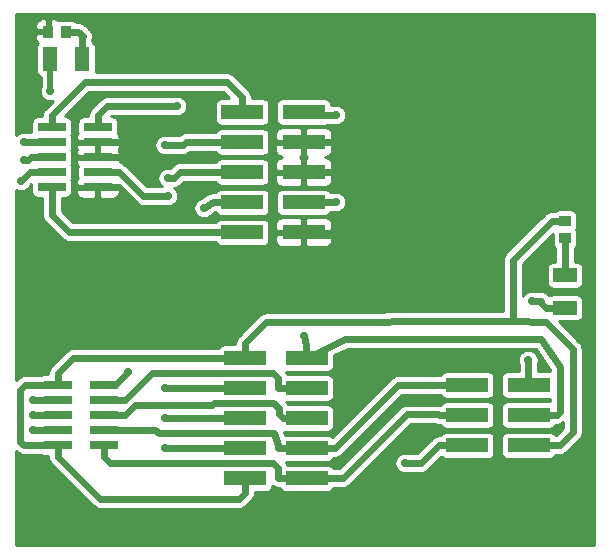
<source format=gtl>
G04 #@! TF.GenerationSoftware,KiCad,Pcbnew,5.1.5-52549c5~86~ubuntu18.04.1*
G04 #@! TF.CreationDate,2020-12-30T12:38:52-08:00*
G04 #@! TF.ProjectId,Atmel_Adapter_rev02,41746d65-6c5f-4416-9461-707465725f72,rev?*
G04 #@! TF.SameCoordinates,Original*
G04 #@! TF.FileFunction,Copper,L1,Top*
G04 #@! TF.FilePolarity,Positive*
%FSLAX46Y46*%
G04 Gerber Fmt 4.6, Leading zero omitted, Abs format (unit mm)*
G04 Created by KiCad (PCBNEW 5.1.5-52549c5~86~ubuntu18.04.1) date 2020-12-30 12:38:52*
%MOMM*%
%LPD*%
G04 APERTURE LIST*
%ADD10R,2.400000X0.760000*%
%ADD11R,3.560000X1.270000*%
%ADD12R,1.250000X2.000000*%
%ADD13R,2.000000X1.250000*%
%ADD14R,0.899160X1.000760*%
%ADD15R,1.000760X0.899160*%
%ADD16C,0.700000*%
%ADD17C,0.600000*%
%ADD18C,0.500000*%
%ADD19C,0.254000*%
G04 APERTURE END LIST*
D10*
X113456000Y-71882000D03*
X113456000Y-73152000D03*
X109556000Y-73152000D03*
X109556000Y-71882000D03*
X109556000Y-68072000D03*
X109556000Y-69342000D03*
X109556000Y-70612000D03*
X113456000Y-70612000D03*
X113456000Y-69342000D03*
X113456000Y-68072000D03*
X113964000Y-89916000D03*
X113964000Y-91186000D03*
X113964000Y-92456000D03*
X110064000Y-92456000D03*
X110064000Y-91186000D03*
X110064000Y-89916000D03*
X110064000Y-93726000D03*
X110064000Y-94996000D03*
X113964000Y-94996000D03*
X113964000Y-93726000D03*
D11*
X131129000Y-87630000D03*
X131129000Y-90170000D03*
X131129000Y-92710000D03*
X125919000Y-92710000D03*
X125919000Y-90170000D03*
X125919000Y-87630000D03*
X125919000Y-95270000D03*
X125919000Y-97810000D03*
X131129000Y-97810000D03*
X131129000Y-95270000D03*
X130875000Y-74442000D03*
X130875000Y-76982000D03*
X125665000Y-76982000D03*
X125665000Y-74442000D03*
X125665000Y-66802000D03*
X125665000Y-69342000D03*
X125665000Y-71882000D03*
X130875000Y-71882000D03*
X130875000Y-69342000D03*
X130875000Y-66802000D03*
X149925000Y-95016000D03*
X144715000Y-95016000D03*
X144715000Y-89916000D03*
X144715000Y-92456000D03*
X149925000Y-92456000D03*
X149925000Y-89916000D03*
D12*
X109385000Y-62310000D03*
X112135000Y-62310000D03*
D13*
X153000000Y-80625000D03*
X153000000Y-83375000D03*
D14*
X109248160Y-60000000D03*
X110751840Y-60000000D03*
D15*
X153000000Y-77503680D03*
X153000000Y-76000000D03*
D16*
X119380000Y-73914000D03*
X133604000Y-74422000D03*
X119380000Y-75946000D03*
X133858000Y-77216000D03*
X119126000Y-71120000D03*
X133604000Y-71882000D03*
X119380000Y-68326000D03*
X133604000Y-69342000D03*
X107200000Y-60700000D03*
X106934000Y-72644000D03*
X122428000Y-74930000D03*
X107188000Y-69342000D03*
X119126000Y-69596000D03*
X107188000Y-70866000D03*
X119380000Y-72390000D03*
X120142000Y-66294000D03*
X133604000Y-67056000D03*
X109400000Y-65000000D03*
X116000000Y-88800000D03*
X130900000Y-85800000D03*
X107950000Y-92456000D03*
X119126000Y-92710000D03*
X139446000Y-96520000D03*
X107950000Y-91186000D03*
X119126000Y-90170000D03*
X107950000Y-93726000D03*
X119126000Y-95250000D03*
X149900000Y-87800000D03*
X150200000Y-82800000D03*
D17*
X111801420Y-60000000D02*
X112190000Y-60388580D01*
X110751840Y-60000000D02*
X111801420Y-60000000D01*
X112135000Y-60443580D02*
X112135000Y-62310000D01*
X112190000Y-60388580D02*
X112135000Y-60443580D01*
X115256000Y-71882000D02*
X117288000Y-73914000D01*
X113456000Y-71882000D02*
X115256000Y-71882000D01*
X117288000Y-73914000D02*
X119380000Y-73914000D01*
X130895000Y-74422000D02*
X130875000Y-74442000D01*
X133604000Y-74422000D02*
X130895000Y-74422000D01*
X115256000Y-73152000D02*
X118050000Y-75946000D01*
X113456000Y-73152000D02*
X115256000Y-73152000D01*
X118050000Y-75946000D02*
X119380000Y-75946000D01*
X131109000Y-77216000D02*
X130875000Y-76982000D01*
X133858000Y-77216000D02*
X131109000Y-77216000D01*
X115256000Y-70612000D02*
X115764000Y-71120000D01*
X113456000Y-70612000D02*
X115256000Y-70612000D01*
X133604000Y-71882000D02*
X130875000Y-71882000D01*
X113456000Y-69342000D02*
X116332000Y-69342000D01*
X116332000Y-69342000D02*
X117348000Y-68326000D01*
X133604000Y-69342000D02*
X130875000Y-69342000D01*
X117674000Y-70326000D02*
X117000000Y-71000000D01*
X117000000Y-71000000D02*
X119126000Y-71120000D01*
X117674000Y-68326000D02*
X119380000Y-68326000D01*
X117674000Y-68326000D02*
X117674000Y-70326000D01*
X115764000Y-71120000D02*
X117000000Y-71000000D01*
X117348000Y-68326000D02*
X117674000Y-68326000D01*
X134207999Y-76866001D02*
X134633999Y-76866001D01*
X133858000Y-77216000D02*
X134207999Y-76866001D01*
X134633999Y-76866001D02*
X135500000Y-76000000D01*
X135500000Y-76000000D02*
X135500000Y-73000000D01*
X134382000Y-71882000D02*
X133604000Y-71882000D01*
X135500000Y-73000000D02*
X134382000Y-71882000D01*
D18*
X109248160Y-60000000D02*
X107900000Y-60000000D01*
X107900000Y-60000000D02*
X107200000Y-60700000D01*
D17*
X123285000Y-76982000D02*
X123265000Y-76962000D01*
X125665000Y-76982000D02*
X123285000Y-76982000D01*
X123265000Y-76962000D02*
X110998000Y-76962000D01*
X109556000Y-75520000D02*
X109556000Y-73152000D01*
X110998000Y-76962000D02*
X109556000Y-75520000D01*
X109556000Y-71882000D02*
X107696000Y-71882000D01*
X107696000Y-71882000D02*
X106934000Y-72644000D01*
X122428000Y-74930000D02*
X123190000Y-74422000D01*
X123190000Y-74422000D02*
X123210000Y-74442000D01*
X123210000Y-74442000D02*
X125665000Y-74442000D01*
X125665000Y-65567000D02*
X125665000Y-66802000D01*
X124360000Y-64262000D02*
X125665000Y-65567000D01*
X112386000Y-64262000D02*
X124360000Y-64262000D01*
X109556000Y-67092000D02*
X112386000Y-64262000D01*
X109556000Y-68072000D02*
X109590000Y-67480000D01*
X109590000Y-67480000D02*
X109556000Y-67092000D01*
X109556000Y-69342000D02*
X107188000Y-69342000D01*
X119126000Y-69596000D02*
X120650000Y-69596000D01*
X120904000Y-69342000D02*
X125665000Y-69342000D01*
X120650000Y-69596000D02*
X120904000Y-69342000D01*
X107756000Y-70612000D02*
X107502000Y-70866000D01*
X109556000Y-70612000D02*
X107756000Y-70612000D01*
X107502000Y-70866000D02*
X107188000Y-70866000D01*
X119380000Y-72390000D02*
X119888000Y-72390000D01*
X120396000Y-71882000D02*
X125665000Y-71882000D01*
X119888000Y-72390000D02*
X120396000Y-71882000D01*
X113456000Y-67092000D02*
X114254000Y-66294000D01*
X113456000Y-68072000D02*
X113456000Y-67092000D01*
X114254000Y-66294000D02*
X120142000Y-66294000D01*
X131129000Y-67056000D02*
X130875000Y-66802000D01*
X133604000Y-67056000D02*
X131129000Y-67056000D01*
D18*
X109385000Y-62310000D02*
X109385000Y-64985000D01*
X109385000Y-64985000D02*
X109400000Y-65000000D01*
D17*
X152600000Y-92161000D02*
X152305000Y-92456000D01*
X151000000Y-86000000D02*
X152600000Y-88400000D01*
X152305000Y-92456000D02*
X149925000Y-92456000D01*
X152600000Y-88400000D02*
X152600000Y-92161000D01*
X131129000Y-87630000D02*
X134400000Y-86000000D01*
X134400000Y-86000000D02*
X151000000Y-86000000D01*
X113964000Y-89916000D02*
X114884000Y-89916000D01*
X114884000Y-89916000D02*
X116000000Y-88800000D01*
X131100000Y-86500000D02*
X131129000Y-87630000D01*
X130900000Y-85800000D02*
X131100000Y-86500000D01*
X113964000Y-91186000D02*
X115764000Y-91186000D01*
X128749000Y-90170000D02*
X131129000Y-90170000D01*
X115764000Y-91186000D02*
X118050000Y-88900000D01*
X118050000Y-88900000D02*
X128300000Y-88900000D01*
X128700000Y-90121000D02*
X128749000Y-90170000D01*
X128700000Y-89300000D02*
X128700000Y-90121000D01*
X128300000Y-88900000D02*
X128700000Y-89300000D01*
X115764000Y-92456000D02*
X116620000Y-91600000D01*
X113964000Y-92456000D02*
X115764000Y-92456000D01*
X116620000Y-91600000D02*
X123100000Y-91600000D01*
X123100000Y-91600000D02*
X123300000Y-91400000D01*
X123300000Y-91400000D02*
X128300000Y-91400000D01*
X128300000Y-91400000D02*
X128800000Y-91900000D01*
X128800000Y-91900000D02*
X128800000Y-92400000D01*
X129110000Y-92710000D02*
X131129000Y-92710000D01*
X128800000Y-92400000D02*
X129110000Y-92710000D01*
X110064000Y-92456000D02*
X108264000Y-92456000D01*
X108264000Y-92456000D02*
X107950000Y-92456000D01*
X142335000Y-95016000D02*
X140831000Y-96520000D01*
X140831000Y-96520000D02*
X139446000Y-96520000D01*
X119126000Y-92710000D02*
X120904000Y-92710000D01*
X120904000Y-92710000D02*
X125919000Y-92710000D01*
X142335000Y-95016000D02*
X144715000Y-95016000D01*
X110064000Y-91186000D02*
X107950000Y-91186000D01*
X119620974Y-90170000D02*
X125919000Y-90170000D01*
X119126000Y-90170000D02*
X119620974Y-90170000D01*
X149945000Y-94996000D02*
X149925000Y-95016000D01*
X123539000Y-87630000D02*
X125919000Y-87630000D01*
X111370000Y-87630000D02*
X123539000Y-87630000D01*
X110064000Y-88936000D02*
X111370000Y-87630000D01*
X110064000Y-89916000D02*
X110064000Y-88936000D01*
X125919000Y-86395000D02*
X127732000Y-84582000D01*
X125919000Y-87630000D02*
X125919000Y-86395000D01*
X151384000Y-84582000D02*
X153670000Y-86868000D01*
X125919000Y-99045000D02*
X125919000Y-97810000D01*
X125396000Y-99568000D02*
X125919000Y-99045000D01*
X113656000Y-99568000D02*
X125396000Y-99568000D01*
X110064000Y-95976000D02*
X113656000Y-99568000D01*
X110064000Y-94996000D02*
X110064000Y-95976000D01*
X153670000Y-91370000D02*
X153670000Y-93930000D01*
X153670000Y-86868000D02*
X153670000Y-91370000D01*
X152584000Y-95016000D02*
X149925000Y-95016000D01*
X153670000Y-93930000D02*
X152584000Y-95016000D01*
X151899620Y-76000000D02*
X148600000Y-79299620D01*
X153000000Y-76000000D02*
X151899620Y-76000000D01*
X127732000Y-84582000D02*
X148600000Y-84500000D01*
X148600000Y-79299620D02*
X148600000Y-84500000D01*
X148600000Y-84500000D02*
X151384000Y-84582000D01*
X110064000Y-89916000D02*
X107284000Y-89916000D01*
X107284000Y-89916000D02*
X106900000Y-90300000D01*
X106900000Y-90300000D02*
X106900000Y-94700000D01*
X107196000Y-94996000D02*
X110064000Y-94996000D01*
X106900000Y-94700000D02*
X107196000Y-94996000D01*
X110064000Y-93726000D02*
X107950000Y-93726000D01*
X125899000Y-95250000D02*
X125919000Y-95270000D01*
X119126000Y-95250000D02*
X125899000Y-95250000D01*
X149900000Y-89891000D02*
X149925000Y-89916000D01*
X149900000Y-87800000D02*
X149900000Y-89891000D01*
X150200000Y-82800000D02*
X151000000Y-82800000D01*
X151000000Y-82975000D02*
X151400000Y-83375000D01*
X151400000Y-83375000D02*
X153000000Y-83375000D01*
X151000000Y-82800000D02*
X151000000Y-82975000D01*
X142335000Y-92456000D02*
X142279000Y-92400000D01*
X144715000Y-92456000D02*
X142335000Y-92456000D01*
X142279000Y-92400000D02*
X139600000Y-92400000D01*
X134190000Y-97810000D02*
X131129000Y-97810000D01*
X139600000Y-92400000D02*
X134190000Y-97810000D01*
X128749000Y-97810000D02*
X131129000Y-97810000D01*
X113964000Y-94996000D02*
X113964000Y-95976000D01*
X113964000Y-95976000D02*
X114488000Y-96500000D01*
X114488000Y-96500000D02*
X128300000Y-96500000D01*
X128700000Y-96900000D02*
X128700000Y-97761000D01*
X128300000Y-96500000D02*
X128700000Y-96900000D01*
X128700000Y-97761000D02*
X128749000Y-97810000D01*
X144461000Y-90170000D02*
X144715000Y-89916000D01*
X142335000Y-89916000D02*
X144715000Y-89916000D01*
X138863000Y-89916000D02*
X142335000Y-89916000D01*
X133509000Y-95270000D02*
X138863000Y-89916000D01*
X131129000Y-95270000D02*
X133509000Y-95270000D01*
X128749000Y-95270000D02*
X131129000Y-95270000D01*
X118326000Y-93726000D02*
X118600000Y-94000000D01*
X128400000Y-94000000D02*
X128700000Y-95000000D01*
X118600000Y-94000000D02*
X128400000Y-94000000D01*
X113964000Y-93726000D02*
X118326000Y-93726000D01*
X128700000Y-95000000D02*
X128700000Y-95221000D01*
X128700000Y-95221000D02*
X128749000Y-95270000D01*
X153000000Y-80625000D02*
X153000000Y-77503680D01*
D19*
G36*
X155473000Y-103473000D02*
G01*
X106527000Y-103473000D01*
X106527000Y-95496553D01*
X106582495Y-95552048D01*
X106608394Y-95583606D01*
X106678026Y-95640752D01*
X106734320Y-95686952D01*
X106771738Y-95706952D01*
X106877990Y-95763745D01*
X107033880Y-95811034D01*
X107155376Y-95823000D01*
X107155385Y-95823000D01*
X107195999Y-95827000D01*
X107236613Y-95823000D01*
X108582325Y-95823000D01*
X108661350Y-95865239D01*
X108760690Y-95895374D01*
X108864000Y-95905549D01*
X109237001Y-95905549D01*
X109237001Y-95935377D01*
X109233000Y-95976000D01*
X109248967Y-96138120D01*
X109296256Y-96294010D01*
X109373048Y-96437679D01*
X109440608Y-96520000D01*
X109476395Y-96563606D01*
X109507948Y-96589501D01*
X113042499Y-100124053D01*
X113068394Y-100155606D01*
X113099947Y-100181501D01*
X113099948Y-100181502D01*
X113194320Y-100258952D01*
X113271113Y-100299998D01*
X113337990Y-100335745D01*
X113493880Y-100383034D01*
X113615376Y-100395000D01*
X113615385Y-100395000D01*
X113655999Y-100399000D01*
X113696613Y-100395000D01*
X125355386Y-100395000D01*
X125396000Y-100399000D01*
X125436614Y-100395000D01*
X125436624Y-100395000D01*
X125558120Y-100383034D01*
X125714010Y-100335745D01*
X125857679Y-100258952D01*
X125983606Y-100155606D01*
X126009505Y-100124048D01*
X126475054Y-99658500D01*
X126506606Y-99632606D01*
X126532503Y-99601051D01*
X126609952Y-99506680D01*
X126686744Y-99363011D01*
X126686745Y-99363010D01*
X126734034Y-99207120D01*
X126746000Y-99085624D01*
X126746000Y-99085614D01*
X126750000Y-99045000D01*
X126746000Y-99004386D01*
X126746000Y-98974549D01*
X127699000Y-98974549D01*
X127802310Y-98964374D01*
X127901650Y-98934239D01*
X127993202Y-98885304D01*
X128073448Y-98819448D01*
X128139304Y-98739202D01*
X128188239Y-98647650D01*
X128218374Y-98548310D01*
X128227846Y-98452142D01*
X128234246Y-98457394D01*
X128287321Y-98500952D01*
X128430990Y-98577745D01*
X128586880Y-98625034D01*
X128708376Y-98637000D01*
X128708388Y-98637000D01*
X128748999Y-98641000D01*
X128789610Y-98637000D01*
X128856530Y-98637000D01*
X128859761Y-98647650D01*
X128908696Y-98739202D01*
X128974552Y-98819448D01*
X129054798Y-98885304D01*
X129146350Y-98934239D01*
X129245690Y-98964374D01*
X129349000Y-98974549D01*
X132909000Y-98974549D01*
X133012310Y-98964374D01*
X133111650Y-98934239D01*
X133203202Y-98885304D01*
X133283448Y-98819448D01*
X133349304Y-98739202D01*
X133398239Y-98647650D01*
X133401470Y-98637000D01*
X134149386Y-98637000D01*
X134190000Y-98641000D01*
X134230614Y-98637000D01*
X134230624Y-98637000D01*
X134352120Y-98625034D01*
X134508010Y-98577745D01*
X134651679Y-98500952D01*
X134777606Y-98397606D01*
X134803505Y-98366048D01*
X136735930Y-96433623D01*
X138569000Y-96433623D01*
X138569000Y-96606377D01*
X138602703Y-96775811D01*
X138668813Y-96935415D01*
X138764790Y-97079055D01*
X138886945Y-97201210D01*
X139030585Y-97297187D01*
X139190189Y-97363297D01*
X139359623Y-97397000D01*
X139532377Y-97397000D01*
X139701811Y-97363297D01*
X139741156Y-97347000D01*
X140790386Y-97347000D01*
X140831000Y-97351000D01*
X140871614Y-97347000D01*
X140871624Y-97347000D01*
X140993120Y-97335034D01*
X141149010Y-97287745D01*
X141292679Y-97210952D01*
X141418606Y-97107606D01*
X141444505Y-97076048D01*
X142531052Y-95989502D01*
X142560552Y-96025448D01*
X142640798Y-96091304D01*
X142732350Y-96140239D01*
X142831690Y-96170374D01*
X142935000Y-96180549D01*
X146495000Y-96180549D01*
X146598310Y-96170374D01*
X146697650Y-96140239D01*
X146789202Y-96091304D01*
X146869448Y-96025448D01*
X146935304Y-95945202D01*
X146984239Y-95853650D01*
X147014374Y-95754310D01*
X147024549Y-95651000D01*
X147024549Y-94381000D01*
X147014374Y-94277690D01*
X146984239Y-94178350D01*
X146935304Y-94086798D01*
X146869448Y-94006552D01*
X146789202Y-93940696D01*
X146697650Y-93891761D01*
X146598310Y-93861626D01*
X146495000Y-93851451D01*
X142935000Y-93851451D01*
X142831690Y-93861626D01*
X142732350Y-93891761D01*
X142640798Y-93940696D01*
X142560552Y-94006552D01*
X142494696Y-94086798D01*
X142445761Y-94178350D01*
X142442530Y-94189000D01*
X142375613Y-94189000D01*
X142334999Y-94185000D01*
X142294385Y-94189000D01*
X142294376Y-94189000D01*
X142172880Y-94200966D01*
X142016990Y-94248255D01*
X141993984Y-94260552D01*
X141873319Y-94325048D01*
X141781746Y-94400202D01*
X141747394Y-94428394D01*
X141721499Y-94459947D01*
X140488447Y-95693000D01*
X139741156Y-95693000D01*
X139701811Y-95676703D01*
X139532377Y-95643000D01*
X139359623Y-95643000D01*
X139190189Y-95676703D01*
X139030585Y-95742813D01*
X138886945Y-95838790D01*
X138764790Y-95960945D01*
X138668813Y-96104585D01*
X138602703Y-96264189D01*
X138569000Y-96433623D01*
X136735930Y-96433623D01*
X139942555Y-93227000D01*
X142027720Y-93227000D01*
X142172880Y-93271034D01*
X142294376Y-93283000D01*
X142294386Y-93283000D01*
X142335000Y-93287000D01*
X142375614Y-93283000D01*
X142442530Y-93283000D01*
X142445761Y-93293650D01*
X142494696Y-93385202D01*
X142560552Y-93465448D01*
X142640798Y-93531304D01*
X142732350Y-93580239D01*
X142831690Y-93610374D01*
X142935000Y-93620549D01*
X146495000Y-93620549D01*
X146598310Y-93610374D01*
X146697650Y-93580239D01*
X146789202Y-93531304D01*
X146869448Y-93465448D01*
X146935304Y-93385202D01*
X146984239Y-93293650D01*
X147014374Y-93194310D01*
X147024549Y-93091000D01*
X147024549Y-91821000D01*
X147014374Y-91717690D01*
X146984239Y-91618350D01*
X146935304Y-91526798D01*
X146869448Y-91446552D01*
X146789202Y-91380696D01*
X146697650Y-91331761D01*
X146598310Y-91301626D01*
X146495000Y-91291451D01*
X142935000Y-91291451D01*
X142831690Y-91301626D01*
X142732350Y-91331761D01*
X142640798Y-91380696D01*
X142560552Y-91446552D01*
X142494696Y-91526798D01*
X142460468Y-91590835D01*
X142441120Y-91584966D01*
X142319624Y-91573000D01*
X142319614Y-91573000D01*
X142279000Y-91569000D01*
X142238386Y-91573000D01*
X139640610Y-91573000D01*
X139599999Y-91569000D01*
X139559388Y-91573000D01*
X139559376Y-91573000D01*
X139437880Y-91584966D01*
X139281990Y-91632255D01*
X139177680Y-91688010D01*
X139138319Y-91709049D01*
X139043947Y-91786498D01*
X139043941Y-91786504D01*
X139012394Y-91812394D01*
X138986504Y-91843941D01*
X133847447Y-96983000D01*
X133401470Y-96983000D01*
X133398239Y-96972350D01*
X133349304Y-96880798D01*
X133283448Y-96800552D01*
X133203202Y-96734696D01*
X133111650Y-96685761D01*
X133012310Y-96655626D01*
X132909000Y-96645451D01*
X129486996Y-96645451D01*
X129467745Y-96581990D01*
X129390952Y-96438321D01*
X129387856Y-96434549D01*
X132909000Y-96434549D01*
X133012310Y-96424374D01*
X133111650Y-96394239D01*
X133203202Y-96345304D01*
X133283448Y-96279448D01*
X133349304Y-96199202D01*
X133398239Y-96107650D01*
X133401470Y-96097000D01*
X133468386Y-96097000D01*
X133509000Y-96101000D01*
X133549614Y-96097000D01*
X133549624Y-96097000D01*
X133671120Y-96085034D01*
X133827010Y-96037745D01*
X133970679Y-95960952D01*
X134096606Y-95857606D01*
X134122505Y-95826048D01*
X139205555Y-90743000D01*
X142442530Y-90743000D01*
X142445761Y-90753650D01*
X142494696Y-90845202D01*
X142560552Y-90925448D01*
X142640798Y-90991304D01*
X142732350Y-91040239D01*
X142831690Y-91070374D01*
X142935000Y-91080549D01*
X146495000Y-91080549D01*
X146598310Y-91070374D01*
X146697650Y-91040239D01*
X146789202Y-90991304D01*
X146869448Y-90925448D01*
X146935304Y-90845202D01*
X146984239Y-90753650D01*
X147014374Y-90654310D01*
X147024549Y-90551000D01*
X147024549Y-89281000D01*
X147014374Y-89177690D01*
X146984239Y-89078350D01*
X146935304Y-88986798D01*
X146869448Y-88906552D01*
X146789202Y-88840696D01*
X146697650Y-88791761D01*
X146598310Y-88761626D01*
X146495000Y-88751451D01*
X142935000Y-88751451D01*
X142831690Y-88761626D01*
X142732350Y-88791761D01*
X142640798Y-88840696D01*
X142560552Y-88906552D01*
X142494696Y-88986798D01*
X142445761Y-89078350D01*
X142442530Y-89089000D01*
X138903610Y-89089000D01*
X138862999Y-89085000D01*
X138822388Y-89089000D01*
X138822376Y-89089000D01*
X138700880Y-89100966D01*
X138544990Y-89148255D01*
X138448093Y-89200048D01*
X138401319Y-89225049D01*
X138306947Y-89302498D01*
X138306941Y-89302504D01*
X138275394Y-89328394D01*
X138249504Y-89359941D01*
X133312948Y-94296498D01*
X133283448Y-94260552D01*
X133203202Y-94194696D01*
X133111650Y-94145761D01*
X133012310Y-94115626D01*
X132909000Y-94105451D01*
X129349000Y-94105451D01*
X129296597Y-94110612D01*
X129220426Y-93856710D01*
X129245690Y-93864374D01*
X129349000Y-93874549D01*
X132909000Y-93874549D01*
X133012310Y-93864374D01*
X133111650Y-93834239D01*
X133203202Y-93785304D01*
X133283448Y-93719448D01*
X133349304Y-93639202D01*
X133398239Y-93547650D01*
X133428374Y-93448310D01*
X133438549Y-93345000D01*
X133438549Y-92075000D01*
X133428374Y-91971690D01*
X133398239Y-91872350D01*
X133349304Y-91780798D01*
X133283448Y-91700552D01*
X133203202Y-91634696D01*
X133111650Y-91585761D01*
X133012310Y-91555626D01*
X132909000Y-91545451D01*
X129548214Y-91545451D01*
X129495352Y-91446552D01*
X129490952Y-91438320D01*
X129443660Y-91380696D01*
X129405788Y-91334549D01*
X132909000Y-91334549D01*
X133012310Y-91324374D01*
X133111650Y-91294239D01*
X133203202Y-91245304D01*
X133283448Y-91179448D01*
X133349304Y-91099202D01*
X133398239Y-91007650D01*
X133428374Y-90908310D01*
X133438549Y-90805000D01*
X133438549Y-89535000D01*
X133428374Y-89431690D01*
X133398239Y-89332350D01*
X133349304Y-89240798D01*
X133283448Y-89160552D01*
X133203202Y-89094696D01*
X133111650Y-89045761D01*
X133012310Y-89015626D01*
X132909000Y-89005451D01*
X129474862Y-89005451D01*
X129467745Y-88981990D01*
X129390952Y-88838321D01*
X129355029Y-88794549D01*
X132909000Y-88794549D01*
X133012310Y-88784374D01*
X133111650Y-88754239D01*
X133203202Y-88705304D01*
X133283448Y-88639448D01*
X133349304Y-88559202D01*
X133398239Y-88467650D01*
X133428374Y-88368310D01*
X133438549Y-88265000D01*
X133438549Y-87403102D01*
X134594641Y-86827000D01*
X150557404Y-86827000D01*
X151773000Y-88650396D01*
X151773000Y-88758148D01*
X151705000Y-88751451D01*
X150727000Y-88751451D01*
X150727000Y-88095156D01*
X150743297Y-88055811D01*
X150777000Y-87886377D01*
X150777000Y-87713623D01*
X150743297Y-87544189D01*
X150677187Y-87384585D01*
X150581210Y-87240945D01*
X150459055Y-87118790D01*
X150315415Y-87022813D01*
X150155811Y-86956703D01*
X149986377Y-86923000D01*
X149813623Y-86923000D01*
X149644189Y-86956703D01*
X149484585Y-87022813D01*
X149340945Y-87118790D01*
X149218790Y-87240945D01*
X149122813Y-87384585D01*
X149056703Y-87544189D01*
X149023000Y-87713623D01*
X149023000Y-87886377D01*
X149056703Y-88055811D01*
X149073000Y-88095156D01*
X149073000Y-88751451D01*
X148145000Y-88751451D01*
X148041690Y-88761626D01*
X147942350Y-88791761D01*
X147850798Y-88840696D01*
X147770552Y-88906552D01*
X147704696Y-88986798D01*
X147655761Y-89078350D01*
X147625626Y-89177690D01*
X147615451Y-89281000D01*
X147615451Y-90551000D01*
X147625626Y-90654310D01*
X147655761Y-90753650D01*
X147704696Y-90845202D01*
X147770552Y-90925448D01*
X147850798Y-90991304D01*
X147942350Y-91040239D01*
X148041690Y-91070374D01*
X148145000Y-91080549D01*
X151705000Y-91080549D01*
X151773001Y-91073852D01*
X151773001Y-91298148D01*
X151705000Y-91291451D01*
X148145000Y-91291451D01*
X148041690Y-91301626D01*
X147942350Y-91331761D01*
X147850798Y-91380696D01*
X147770552Y-91446552D01*
X147704696Y-91526798D01*
X147655761Y-91618350D01*
X147625626Y-91717690D01*
X147615451Y-91821000D01*
X147615451Y-93091000D01*
X147625626Y-93194310D01*
X147655761Y-93293650D01*
X147704696Y-93385202D01*
X147770552Y-93465448D01*
X147850798Y-93531304D01*
X147942350Y-93580239D01*
X148041690Y-93610374D01*
X148145000Y-93620549D01*
X151705000Y-93620549D01*
X151808310Y-93610374D01*
X151907650Y-93580239D01*
X151999202Y-93531304D01*
X152079448Y-93465448D01*
X152145304Y-93385202D01*
X152194239Y-93293650D01*
X152197470Y-93283000D01*
X152264386Y-93283000D01*
X152305000Y-93287000D01*
X152345614Y-93283000D01*
X152345624Y-93283000D01*
X152467120Y-93271034D01*
X152623010Y-93223745D01*
X152766679Y-93146952D01*
X152843001Y-93084316D01*
X152843001Y-93587445D01*
X152241447Y-94189000D01*
X152197470Y-94189000D01*
X152194239Y-94178350D01*
X152145304Y-94086798D01*
X152079448Y-94006552D01*
X151999202Y-93940696D01*
X151907650Y-93891761D01*
X151808310Y-93861626D01*
X151705000Y-93851451D01*
X148145000Y-93851451D01*
X148041690Y-93861626D01*
X147942350Y-93891761D01*
X147850798Y-93940696D01*
X147770552Y-94006552D01*
X147704696Y-94086798D01*
X147655761Y-94178350D01*
X147625626Y-94277690D01*
X147615451Y-94381000D01*
X147615451Y-95651000D01*
X147625626Y-95754310D01*
X147655761Y-95853650D01*
X147704696Y-95945202D01*
X147770552Y-96025448D01*
X147850798Y-96091304D01*
X147942350Y-96140239D01*
X148041690Y-96170374D01*
X148145000Y-96180549D01*
X151705000Y-96180549D01*
X151808310Y-96170374D01*
X151907650Y-96140239D01*
X151999202Y-96091304D01*
X152079448Y-96025448D01*
X152145304Y-95945202D01*
X152194239Y-95853650D01*
X152197470Y-95843000D01*
X152543386Y-95843000D01*
X152584000Y-95847000D01*
X152624614Y-95843000D01*
X152624624Y-95843000D01*
X152746120Y-95831034D01*
X152902010Y-95783745D01*
X153045679Y-95706952D01*
X153171606Y-95603606D01*
X153197505Y-95572048D01*
X154226053Y-94543501D01*
X154257606Y-94517606D01*
X154294367Y-94472813D01*
X154360952Y-94391680D01*
X154417944Y-94285055D01*
X154437745Y-94248010D01*
X154485034Y-94092120D01*
X154497000Y-93970624D01*
X154497000Y-93970614D01*
X154501000Y-93930000D01*
X154497000Y-93889386D01*
X154497000Y-86908613D01*
X154501000Y-86867999D01*
X154497000Y-86827385D01*
X154497000Y-86827376D01*
X154485034Y-86705880D01*
X154437745Y-86549990D01*
X154400659Y-86480607D01*
X154360952Y-86406319D01*
X154283502Y-86311948D01*
X154283501Y-86311947D01*
X154257606Y-86280394D01*
X154226054Y-86254500D01*
X152501102Y-84529549D01*
X154000000Y-84529549D01*
X154103310Y-84519374D01*
X154202650Y-84489239D01*
X154294202Y-84440304D01*
X154374448Y-84374448D01*
X154440304Y-84294202D01*
X154489239Y-84202650D01*
X154519374Y-84103310D01*
X154529549Y-84000000D01*
X154529549Y-82750000D01*
X154519374Y-82646690D01*
X154489239Y-82547350D01*
X154440304Y-82455798D01*
X154374448Y-82375552D01*
X154294202Y-82309696D01*
X154202650Y-82260761D01*
X154103310Y-82230626D01*
X154000000Y-82220451D01*
X152000000Y-82220451D01*
X151896690Y-82230626D01*
X151797350Y-82260761D01*
X151705798Y-82309696D01*
X151682889Y-82328497D01*
X151587606Y-82212394D01*
X151461679Y-82109048D01*
X151318010Y-82032255D01*
X151162120Y-81984966D01*
X151040624Y-81973000D01*
X151000000Y-81968999D01*
X150959376Y-81973000D01*
X150495156Y-81973000D01*
X150455811Y-81956703D01*
X150286377Y-81923000D01*
X150113623Y-81923000D01*
X149944189Y-81956703D01*
X149784585Y-82022813D01*
X149640945Y-82118790D01*
X149518790Y-82240945D01*
X149427000Y-82378319D01*
X149427000Y-79642173D01*
X151970071Y-77099104D01*
X151970071Y-77953260D01*
X151980246Y-78056570D01*
X152010381Y-78155910D01*
X152059316Y-78247462D01*
X152125172Y-78327708D01*
X152173001Y-78366960D01*
X152173000Y-79470451D01*
X152000000Y-79470451D01*
X151896690Y-79480626D01*
X151797350Y-79510761D01*
X151705798Y-79559696D01*
X151625552Y-79625552D01*
X151559696Y-79705798D01*
X151510761Y-79797350D01*
X151480626Y-79896690D01*
X151470451Y-80000000D01*
X151470451Y-81250000D01*
X151480626Y-81353310D01*
X151510761Y-81452650D01*
X151559696Y-81544202D01*
X151625552Y-81624448D01*
X151705798Y-81690304D01*
X151797350Y-81739239D01*
X151896690Y-81769374D01*
X152000000Y-81779549D01*
X154000000Y-81779549D01*
X154103310Y-81769374D01*
X154202650Y-81739239D01*
X154294202Y-81690304D01*
X154374448Y-81624448D01*
X154440304Y-81544202D01*
X154489239Y-81452650D01*
X154519374Y-81353310D01*
X154529549Y-81250000D01*
X154529549Y-80000000D01*
X154519374Y-79896690D01*
X154489239Y-79797350D01*
X154440304Y-79705798D01*
X154374448Y-79625552D01*
X154294202Y-79559696D01*
X154202650Y-79510761D01*
X154103310Y-79480626D01*
X154000000Y-79470451D01*
X153827000Y-79470451D01*
X153827000Y-78366959D01*
X153874828Y-78327708D01*
X153940684Y-78247462D01*
X153989619Y-78155910D01*
X154019754Y-78056570D01*
X154029929Y-77953260D01*
X154029929Y-77054100D01*
X154019754Y-76950790D01*
X153989619Y-76851450D01*
X153940684Y-76759898D01*
X153934071Y-76751840D01*
X153940684Y-76743782D01*
X153989619Y-76652230D01*
X154019754Y-76552890D01*
X154029929Y-76449580D01*
X154029929Y-75550420D01*
X154019754Y-75447110D01*
X153989619Y-75347770D01*
X153940684Y-75256218D01*
X153874828Y-75175972D01*
X153794582Y-75110116D01*
X153703030Y-75061181D01*
X153603690Y-75031046D01*
X153500380Y-75020871D01*
X152499620Y-75020871D01*
X152396310Y-75031046D01*
X152296970Y-75061181D01*
X152205418Y-75110116D01*
X152128793Y-75173000D01*
X151940230Y-75173000D01*
X151899619Y-75169000D01*
X151859008Y-75173000D01*
X151858996Y-75173000D01*
X151737500Y-75184966D01*
X151581610Y-75232255D01*
X151505382Y-75273000D01*
X151437939Y-75309049D01*
X151343567Y-75386498D01*
X151343561Y-75386504D01*
X151312014Y-75412394D01*
X151286124Y-75443941D01*
X148043952Y-78686115D01*
X148012394Y-78712014D01*
X147986498Y-78743569D01*
X147909048Y-78837941D01*
X147868002Y-78914734D01*
X147832255Y-78981611D01*
X147784966Y-79137501D01*
X147773000Y-79258997D01*
X147773000Y-79259006D01*
X147769000Y-79299620D01*
X147773000Y-79340234D01*
X147773001Y-83676244D01*
X127771002Y-83754841D01*
X127731999Y-83751000D01*
X127689755Y-83755161D01*
X127688127Y-83755167D01*
X127649328Y-83759142D01*
X127569879Y-83766967D01*
X127568310Y-83767443D01*
X127566679Y-83767610D01*
X127490375Y-83791084D01*
X127413989Y-83814256D01*
X127412543Y-83815029D01*
X127410976Y-83815511D01*
X127340926Y-83853308D01*
X127270319Y-83891048D01*
X127269045Y-83892094D01*
X127267610Y-83892868D01*
X127206337Y-83943558D01*
X127175948Y-83968498D01*
X127174790Y-83969656D01*
X127142090Y-83996708D01*
X127117352Y-84027094D01*
X125362948Y-85781499D01*
X125331395Y-85807394D01*
X125305500Y-85838947D01*
X125305498Y-85838949D01*
X125228048Y-85933321D01*
X125151256Y-86076990D01*
X125103967Y-86232880D01*
X125088000Y-86395000D01*
X125092001Y-86435623D01*
X125092001Y-86465451D01*
X124139000Y-86465451D01*
X124035690Y-86475626D01*
X123936350Y-86505761D01*
X123844798Y-86554696D01*
X123764552Y-86620552D01*
X123698696Y-86700798D01*
X123649761Y-86792350D01*
X123646530Y-86803000D01*
X111410614Y-86803000D01*
X111370000Y-86799000D01*
X111329386Y-86803000D01*
X111329376Y-86803000D01*
X111207880Y-86814966D01*
X111051990Y-86862255D01*
X110996921Y-86891690D01*
X110908320Y-86939048D01*
X110823691Y-87008502D01*
X110782394Y-87042394D01*
X110756499Y-87073947D01*
X109507948Y-88322499D01*
X109476395Y-88348394D01*
X109450500Y-88379947D01*
X109450498Y-88379949D01*
X109373048Y-88474321D01*
X109296256Y-88617990D01*
X109248967Y-88773880D01*
X109233000Y-88936000D01*
X109237001Y-88976623D01*
X109237001Y-89006451D01*
X108864000Y-89006451D01*
X108760690Y-89016626D01*
X108661350Y-89046761D01*
X108582325Y-89089000D01*
X107324613Y-89089000D01*
X107283999Y-89085000D01*
X107243385Y-89089000D01*
X107243376Y-89089000D01*
X107121880Y-89100966D01*
X106965990Y-89148255D01*
X106822321Y-89225048D01*
X106696394Y-89328394D01*
X106670495Y-89359952D01*
X106527000Y-89503447D01*
X106527000Y-73424673D01*
X106678189Y-73487297D01*
X106847623Y-73521000D01*
X107020377Y-73521000D01*
X107189811Y-73487297D01*
X107349415Y-73421187D01*
X107493055Y-73325210D01*
X107615210Y-73203055D01*
X107711187Y-73059415D01*
X107727485Y-73020069D01*
X107826451Y-72921103D01*
X107826451Y-73532000D01*
X107836626Y-73635310D01*
X107866761Y-73734650D01*
X107915696Y-73826202D01*
X107981552Y-73906448D01*
X108061798Y-73972304D01*
X108153350Y-74021239D01*
X108252690Y-74051374D01*
X108356000Y-74061549D01*
X108729001Y-74061549D01*
X108729000Y-75479386D01*
X108725000Y-75520000D01*
X108729000Y-75560614D01*
X108729000Y-75560623D01*
X108740966Y-75682119D01*
X108788255Y-75838009D01*
X108788256Y-75838010D01*
X108865048Y-75981679D01*
X108873934Y-75992506D01*
X108968394Y-76107606D01*
X108999952Y-76133505D01*
X110384497Y-77518051D01*
X110410394Y-77549606D01*
X110441947Y-77575501D01*
X110441948Y-77575502D01*
X110536320Y-77652952D01*
X110573738Y-77672952D01*
X110679990Y-77729745D01*
X110835880Y-77777034D01*
X110957376Y-77789000D01*
X110957386Y-77789000D01*
X110998000Y-77793000D01*
X111038614Y-77789000D01*
X123096396Y-77789000D01*
X123122880Y-77797034D01*
X123244376Y-77809000D01*
X123244385Y-77809000D01*
X123284999Y-77813000D01*
X123325613Y-77809000D01*
X123392530Y-77809000D01*
X123395761Y-77819650D01*
X123444696Y-77911202D01*
X123510552Y-77991448D01*
X123590798Y-78057304D01*
X123682350Y-78106239D01*
X123781690Y-78136374D01*
X123885000Y-78146549D01*
X127445000Y-78146549D01*
X127548310Y-78136374D01*
X127647650Y-78106239D01*
X127739202Y-78057304D01*
X127819448Y-77991448D01*
X127885304Y-77911202D01*
X127934239Y-77819650D01*
X127964374Y-77720310D01*
X127974549Y-77617000D01*
X128456928Y-77617000D01*
X128469188Y-77741482D01*
X128505498Y-77861180D01*
X128564463Y-77971494D01*
X128643815Y-78068185D01*
X128740506Y-78147537D01*
X128850820Y-78206502D01*
X128970518Y-78242812D01*
X129095000Y-78255072D01*
X130589250Y-78252000D01*
X130748000Y-78093250D01*
X130748000Y-77109000D01*
X131002000Y-77109000D01*
X131002000Y-78093250D01*
X131160750Y-78252000D01*
X132655000Y-78255072D01*
X132779482Y-78242812D01*
X132899180Y-78206502D01*
X133009494Y-78147537D01*
X133106185Y-78068185D01*
X133185537Y-77971494D01*
X133244502Y-77861180D01*
X133280812Y-77741482D01*
X133293072Y-77617000D01*
X133290000Y-77267750D01*
X133131250Y-77109000D01*
X131002000Y-77109000D01*
X130748000Y-77109000D01*
X128618750Y-77109000D01*
X128460000Y-77267750D01*
X128456928Y-77617000D01*
X127974549Y-77617000D01*
X127974549Y-76347000D01*
X128456928Y-76347000D01*
X128460000Y-76696250D01*
X128618750Y-76855000D01*
X130748000Y-76855000D01*
X130748000Y-75870750D01*
X131002000Y-75870750D01*
X131002000Y-76855000D01*
X133131250Y-76855000D01*
X133290000Y-76696250D01*
X133293072Y-76347000D01*
X133280812Y-76222518D01*
X133244502Y-76102820D01*
X133185537Y-75992506D01*
X133106185Y-75895815D01*
X133009494Y-75816463D01*
X132899180Y-75757498D01*
X132779482Y-75721188D01*
X132655000Y-75708928D01*
X131160750Y-75712000D01*
X131002000Y-75870750D01*
X130748000Y-75870750D01*
X130589250Y-75712000D01*
X129095000Y-75708928D01*
X128970518Y-75721188D01*
X128850820Y-75757498D01*
X128740506Y-75816463D01*
X128643815Y-75895815D01*
X128564463Y-75992506D01*
X128505498Y-76102820D01*
X128469188Y-76222518D01*
X128456928Y-76347000D01*
X127974549Y-76347000D01*
X127964374Y-76243690D01*
X127934239Y-76144350D01*
X127885304Y-76052798D01*
X127819448Y-75972552D01*
X127739202Y-75906696D01*
X127647650Y-75857761D01*
X127548310Y-75827626D01*
X127445000Y-75817451D01*
X123885000Y-75817451D01*
X123781690Y-75827626D01*
X123682350Y-75857761D01*
X123590798Y-75906696D01*
X123510552Y-75972552D01*
X123444696Y-76052798D01*
X123396001Y-76143901D01*
X123305624Y-76135000D01*
X123305614Y-76135000D01*
X123265000Y-76131000D01*
X123224386Y-76135000D01*
X111340554Y-76135000D01*
X110383000Y-75177447D01*
X110383000Y-74843623D01*
X121551000Y-74843623D01*
X121551000Y-75016377D01*
X121584703Y-75185811D01*
X121650813Y-75345415D01*
X121746790Y-75489055D01*
X121868945Y-75611210D01*
X122012585Y-75707187D01*
X122172189Y-75773297D01*
X122341623Y-75807000D01*
X122514377Y-75807000D01*
X122683811Y-75773297D01*
X122843415Y-75707187D01*
X122987055Y-75611210D01*
X123109210Y-75489055D01*
X123132423Y-75454314D01*
X123395535Y-75278906D01*
X123395761Y-75279650D01*
X123444696Y-75371202D01*
X123510552Y-75451448D01*
X123590798Y-75517304D01*
X123682350Y-75566239D01*
X123781690Y-75596374D01*
X123885000Y-75606549D01*
X127445000Y-75606549D01*
X127548310Y-75596374D01*
X127647650Y-75566239D01*
X127739202Y-75517304D01*
X127819448Y-75451448D01*
X127885304Y-75371202D01*
X127934239Y-75279650D01*
X127964374Y-75180310D01*
X127974549Y-75077000D01*
X127974549Y-73807000D01*
X128565451Y-73807000D01*
X128565451Y-75077000D01*
X128575626Y-75180310D01*
X128605761Y-75279650D01*
X128654696Y-75371202D01*
X128720552Y-75451448D01*
X128800798Y-75517304D01*
X128892350Y-75566239D01*
X128991690Y-75596374D01*
X129095000Y-75606549D01*
X132655000Y-75606549D01*
X132758310Y-75596374D01*
X132857650Y-75566239D01*
X132949202Y-75517304D01*
X133029448Y-75451448D01*
X133095304Y-75371202D01*
X133144239Y-75279650D01*
X133153537Y-75249000D01*
X133308844Y-75249000D01*
X133348189Y-75265297D01*
X133517623Y-75299000D01*
X133690377Y-75299000D01*
X133859811Y-75265297D01*
X134019415Y-75199187D01*
X134163055Y-75103210D01*
X134285210Y-74981055D01*
X134381187Y-74837415D01*
X134447297Y-74677811D01*
X134481000Y-74508377D01*
X134481000Y-74335623D01*
X134447297Y-74166189D01*
X134381187Y-74006585D01*
X134285210Y-73862945D01*
X134163055Y-73740790D01*
X134019415Y-73644813D01*
X133859811Y-73578703D01*
X133690377Y-73545000D01*
X133517623Y-73545000D01*
X133348189Y-73578703D01*
X133308844Y-73595000D01*
X133139241Y-73595000D01*
X133095304Y-73512798D01*
X133029448Y-73432552D01*
X132949202Y-73366696D01*
X132857650Y-73317761D01*
X132758310Y-73287626D01*
X132655000Y-73277451D01*
X129095000Y-73277451D01*
X128991690Y-73287626D01*
X128892350Y-73317761D01*
X128800798Y-73366696D01*
X128720552Y-73432552D01*
X128654696Y-73512798D01*
X128605761Y-73604350D01*
X128575626Y-73703690D01*
X128565451Y-73807000D01*
X127974549Y-73807000D01*
X127964374Y-73703690D01*
X127934239Y-73604350D01*
X127885304Y-73512798D01*
X127819448Y-73432552D01*
X127739202Y-73366696D01*
X127647650Y-73317761D01*
X127548310Y-73287626D01*
X127445000Y-73277451D01*
X123885000Y-73277451D01*
X123781690Y-73287626D01*
X123682350Y-73317761D01*
X123590798Y-73366696D01*
X123510552Y-73432552D01*
X123444696Y-73512798D01*
X123395761Y-73604350D01*
X123392530Y-73615000D01*
X123378793Y-73615000D01*
X123352972Y-73607138D01*
X123352543Y-73607095D01*
X123352120Y-73606967D01*
X123271169Y-73598994D01*
X123190868Y-73591000D01*
X123190432Y-73591043D01*
X123190000Y-73591000D01*
X123109656Y-73598913D01*
X123028731Y-73606798D01*
X123028313Y-73606924D01*
X123027880Y-73606967D01*
X122951008Y-73630286D01*
X122872792Y-73653923D01*
X122872402Y-73654131D01*
X122871990Y-73654256D01*
X122800870Y-73692270D01*
X122765064Y-73711361D01*
X122764704Y-73711601D01*
X122728321Y-73731048D01*
X122697101Y-73756670D01*
X122214750Y-74078237D01*
X122172189Y-74086703D01*
X122012585Y-74152813D01*
X121868945Y-74248790D01*
X121746790Y-74370945D01*
X121650813Y-74514585D01*
X121584703Y-74674189D01*
X121551000Y-74843623D01*
X110383000Y-74843623D01*
X110383000Y-74061549D01*
X110756000Y-74061549D01*
X110859310Y-74051374D01*
X110958650Y-74021239D01*
X111050202Y-73972304D01*
X111130448Y-73906448D01*
X111196304Y-73826202D01*
X111245239Y-73734650D01*
X111275374Y-73635310D01*
X111285549Y-73532000D01*
X111617928Y-73532000D01*
X111630188Y-73656482D01*
X111666498Y-73776180D01*
X111725463Y-73886494D01*
X111804815Y-73983185D01*
X111901506Y-74062537D01*
X112011820Y-74121502D01*
X112131518Y-74157812D01*
X112256000Y-74170072D01*
X113170250Y-74167000D01*
X113329000Y-74008250D01*
X113329000Y-73279000D01*
X113583000Y-73279000D01*
X113583000Y-74008250D01*
X113741750Y-74167000D01*
X114656000Y-74170072D01*
X114780482Y-74157812D01*
X114900180Y-74121502D01*
X115010494Y-74062537D01*
X115107185Y-73983185D01*
X115186537Y-73886494D01*
X115245502Y-73776180D01*
X115281812Y-73656482D01*
X115294072Y-73532000D01*
X115291000Y-73437750D01*
X115132250Y-73279000D01*
X113583000Y-73279000D01*
X113329000Y-73279000D01*
X111779750Y-73279000D01*
X111621000Y-73437750D01*
X111617928Y-73532000D01*
X111285549Y-73532000D01*
X111285549Y-72772000D01*
X111275374Y-72668690D01*
X111245239Y-72569350D01*
X111217258Y-72517000D01*
X111245239Y-72464650D01*
X111275374Y-72365310D01*
X111285549Y-72262000D01*
X111285549Y-71502000D01*
X111275374Y-71398690D01*
X111245239Y-71299350D01*
X111217258Y-71247000D01*
X111245239Y-71194650D01*
X111275374Y-71095310D01*
X111285549Y-70992000D01*
X111617928Y-70992000D01*
X111630188Y-71116482D01*
X111666498Y-71236180D01*
X111725463Y-71346494D01*
X111745174Y-71370512D01*
X111736626Y-71398690D01*
X111726451Y-71502000D01*
X111726451Y-72262000D01*
X111736626Y-72365310D01*
X111745174Y-72393488D01*
X111725463Y-72417506D01*
X111666498Y-72527820D01*
X111630188Y-72647518D01*
X111617928Y-72772000D01*
X111621000Y-72866250D01*
X111779750Y-73025000D01*
X113329000Y-73025000D01*
X113329000Y-73005000D01*
X113583000Y-73005000D01*
X113583000Y-73025000D01*
X115132250Y-73025000D01*
X115180848Y-72976402D01*
X116674499Y-74470053D01*
X116700394Y-74501606D01*
X116731947Y-74527501D01*
X116731948Y-74527502D01*
X116826320Y-74604952D01*
X116903113Y-74645998D01*
X116969990Y-74681745D01*
X117125880Y-74729034D01*
X117247376Y-74741000D01*
X117247386Y-74741000D01*
X117288000Y-74745000D01*
X117328614Y-74741000D01*
X119084844Y-74741000D01*
X119124189Y-74757297D01*
X119293623Y-74791000D01*
X119466377Y-74791000D01*
X119635811Y-74757297D01*
X119795415Y-74691187D01*
X119939055Y-74595210D01*
X120061210Y-74473055D01*
X120157187Y-74329415D01*
X120223297Y-74169811D01*
X120257000Y-74000377D01*
X120257000Y-73827623D01*
X120223297Y-73658189D01*
X120157187Y-73498585D01*
X120061210Y-73354945D01*
X119939055Y-73232790D01*
X119917118Y-73218132D01*
X119928614Y-73217000D01*
X119928624Y-73217000D01*
X120050120Y-73205034D01*
X120206010Y-73157745D01*
X120349679Y-73080952D01*
X120475606Y-72977606D01*
X120501505Y-72946048D01*
X120738554Y-72709000D01*
X123392530Y-72709000D01*
X123395761Y-72719650D01*
X123444696Y-72811202D01*
X123510552Y-72891448D01*
X123590798Y-72957304D01*
X123682350Y-73006239D01*
X123781690Y-73036374D01*
X123885000Y-73046549D01*
X127445000Y-73046549D01*
X127548310Y-73036374D01*
X127647650Y-73006239D01*
X127739202Y-72957304D01*
X127819448Y-72891448D01*
X127885304Y-72811202D01*
X127934239Y-72719650D01*
X127964374Y-72620310D01*
X127974549Y-72517000D01*
X128456928Y-72517000D01*
X128469188Y-72641482D01*
X128505498Y-72761180D01*
X128564463Y-72871494D01*
X128643815Y-72968185D01*
X128740506Y-73047537D01*
X128850820Y-73106502D01*
X128970518Y-73142812D01*
X129095000Y-73155072D01*
X130589250Y-73152000D01*
X130748000Y-72993250D01*
X130748000Y-72009000D01*
X131002000Y-72009000D01*
X131002000Y-72993250D01*
X131160750Y-73152000D01*
X132655000Y-73155072D01*
X132779482Y-73142812D01*
X132899180Y-73106502D01*
X133009494Y-73047537D01*
X133106185Y-72968185D01*
X133185537Y-72871494D01*
X133244502Y-72761180D01*
X133280812Y-72641482D01*
X133293072Y-72517000D01*
X133290000Y-72167750D01*
X133131250Y-72009000D01*
X131002000Y-72009000D01*
X130748000Y-72009000D01*
X128618750Y-72009000D01*
X128460000Y-72167750D01*
X128456928Y-72517000D01*
X127974549Y-72517000D01*
X127974549Y-71247000D01*
X127964374Y-71143690D01*
X127934239Y-71044350D01*
X127885304Y-70952798D01*
X127819448Y-70872552D01*
X127739202Y-70806696D01*
X127647650Y-70757761D01*
X127548310Y-70727626D01*
X127445000Y-70717451D01*
X123885000Y-70717451D01*
X123781690Y-70727626D01*
X123682350Y-70757761D01*
X123590798Y-70806696D01*
X123510552Y-70872552D01*
X123444696Y-70952798D01*
X123395761Y-71044350D01*
X123392530Y-71055000D01*
X120436610Y-71055000D01*
X120395999Y-71051000D01*
X120355388Y-71055000D01*
X120355376Y-71055000D01*
X120233880Y-71066966D01*
X120077990Y-71114255D01*
X120077988Y-71114256D01*
X119934319Y-71191049D01*
X119839949Y-71268497D01*
X119808394Y-71294394D01*
X119782499Y-71325947D01*
X119574032Y-71534414D01*
X119466377Y-71513000D01*
X119293623Y-71513000D01*
X119124189Y-71546703D01*
X118964585Y-71612813D01*
X118820945Y-71708790D01*
X118698790Y-71830945D01*
X118602813Y-71974585D01*
X118536703Y-72134189D01*
X118503000Y-72303623D01*
X118503000Y-72476377D01*
X118536703Y-72645811D01*
X118602813Y-72805415D01*
X118698790Y-72949055D01*
X118820945Y-73071210D01*
X118844576Y-73087000D01*
X117630554Y-73087000D01*
X115869505Y-71325952D01*
X115843606Y-71294394D01*
X115717679Y-71191048D01*
X115574010Y-71114255D01*
X115418120Y-71066966D01*
X115296624Y-71055000D01*
X115296614Y-71055000D01*
X115287951Y-71054147D01*
X115294072Y-70992000D01*
X115291000Y-70897750D01*
X115132250Y-70739000D01*
X113583000Y-70739000D01*
X113583000Y-70759000D01*
X113329000Y-70759000D01*
X113329000Y-70739000D01*
X111779750Y-70739000D01*
X111621000Y-70897750D01*
X111617928Y-70992000D01*
X111285549Y-70992000D01*
X111285549Y-70232000D01*
X111275374Y-70128690D01*
X111245239Y-70029350D01*
X111217258Y-69977000D01*
X111245239Y-69924650D01*
X111275374Y-69825310D01*
X111285549Y-69722000D01*
X111617928Y-69722000D01*
X111630188Y-69846482D01*
X111666498Y-69966180D01*
X111672282Y-69977000D01*
X111666498Y-69987820D01*
X111630188Y-70107518D01*
X111617928Y-70232000D01*
X111621000Y-70326250D01*
X111779750Y-70485000D01*
X113329000Y-70485000D01*
X113329000Y-69469000D01*
X113583000Y-69469000D01*
X113583000Y-70485000D01*
X115132250Y-70485000D01*
X115291000Y-70326250D01*
X115294072Y-70232000D01*
X115281812Y-70107518D01*
X115245502Y-69987820D01*
X115239718Y-69977000D01*
X115245502Y-69966180D01*
X115281812Y-69846482D01*
X115294072Y-69722000D01*
X115291000Y-69627750D01*
X115172873Y-69509623D01*
X118249000Y-69509623D01*
X118249000Y-69682377D01*
X118282703Y-69851811D01*
X118348813Y-70011415D01*
X118444790Y-70155055D01*
X118566945Y-70277210D01*
X118710585Y-70373187D01*
X118870189Y-70439297D01*
X119039623Y-70473000D01*
X119212377Y-70473000D01*
X119381811Y-70439297D01*
X119421156Y-70423000D01*
X120609386Y-70423000D01*
X120650000Y-70427000D01*
X120690614Y-70423000D01*
X120690624Y-70423000D01*
X120812120Y-70411034D01*
X120968010Y-70363745D01*
X121111679Y-70286952D01*
X121237606Y-70183606D01*
X121249593Y-70169000D01*
X123392530Y-70169000D01*
X123395761Y-70179650D01*
X123444696Y-70271202D01*
X123510552Y-70351448D01*
X123590798Y-70417304D01*
X123682350Y-70466239D01*
X123781690Y-70496374D01*
X123885000Y-70506549D01*
X127445000Y-70506549D01*
X127548310Y-70496374D01*
X127647650Y-70466239D01*
X127739202Y-70417304D01*
X127819448Y-70351448D01*
X127885304Y-70271202D01*
X127934239Y-70179650D01*
X127964374Y-70080310D01*
X127974549Y-69977000D01*
X128456928Y-69977000D01*
X128469188Y-70101482D01*
X128505498Y-70221180D01*
X128564463Y-70331494D01*
X128643815Y-70428185D01*
X128740506Y-70507537D01*
X128850820Y-70566502D01*
X128970518Y-70602812D01*
X129063808Y-70612000D01*
X128970518Y-70621188D01*
X128850820Y-70657498D01*
X128740506Y-70716463D01*
X128643815Y-70795815D01*
X128564463Y-70892506D01*
X128505498Y-71002820D01*
X128469188Y-71122518D01*
X128456928Y-71247000D01*
X128460000Y-71596250D01*
X128618750Y-71755000D01*
X130748000Y-71755000D01*
X130748000Y-70770750D01*
X130589250Y-70612000D01*
X130748000Y-70453250D01*
X130748000Y-69469000D01*
X131002000Y-69469000D01*
X131002000Y-70453250D01*
X131160750Y-70612000D01*
X131002000Y-70770750D01*
X131002000Y-71755000D01*
X133131250Y-71755000D01*
X133290000Y-71596250D01*
X133293072Y-71247000D01*
X133280812Y-71122518D01*
X133244502Y-71002820D01*
X133185537Y-70892506D01*
X133106185Y-70795815D01*
X133009494Y-70716463D01*
X132899180Y-70657498D01*
X132779482Y-70621188D01*
X132686192Y-70612000D01*
X132779482Y-70602812D01*
X132899180Y-70566502D01*
X133009494Y-70507537D01*
X133106185Y-70428185D01*
X133185537Y-70331494D01*
X133244502Y-70221180D01*
X133280812Y-70101482D01*
X133293072Y-69977000D01*
X133290000Y-69627750D01*
X133131250Y-69469000D01*
X131002000Y-69469000D01*
X130748000Y-69469000D01*
X128618750Y-69469000D01*
X128460000Y-69627750D01*
X128456928Y-69977000D01*
X127974549Y-69977000D01*
X127974549Y-68707000D01*
X128456928Y-68707000D01*
X128460000Y-69056250D01*
X128618750Y-69215000D01*
X130748000Y-69215000D01*
X130748000Y-68230750D01*
X131002000Y-68230750D01*
X131002000Y-69215000D01*
X133131250Y-69215000D01*
X133290000Y-69056250D01*
X133293072Y-68707000D01*
X133280812Y-68582518D01*
X133244502Y-68462820D01*
X133185537Y-68352506D01*
X133106185Y-68255815D01*
X133009494Y-68176463D01*
X132899180Y-68117498D01*
X132779482Y-68081188D01*
X132655000Y-68068928D01*
X131160750Y-68072000D01*
X131002000Y-68230750D01*
X130748000Y-68230750D01*
X130589250Y-68072000D01*
X129095000Y-68068928D01*
X128970518Y-68081188D01*
X128850820Y-68117498D01*
X128740506Y-68176463D01*
X128643815Y-68255815D01*
X128564463Y-68352506D01*
X128505498Y-68462820D01*
X128469188Y-68582518D01*
X128456928Y-68707000D01*
X127974549Y-68707000D01*
X127964374Y-68603690D01*
X127934239Y-68504350D01*
X127885304Y-68412798D01*
X127819448Y-68332552D01*
X127739202Y-68266696D01*
X127647650Y-68217761D01*
X127548310Y-68187626D01*
X127445000Y-68177451D01*
X123885000Y-68177451D01*
X123781690Y-68187626D01*
X123682350Y-68217761D01*
X123590798Y-68266696D01*
X123510552Y-68332552D01*
X123444696Y-68412798D01*
X123395761Y-68504350D01*
X123392530Y-68515000D01*
X120944613Y-68515000D01*
X120903999Y-68511000D01*
X120863385Y-68515000D01*
X120863376Y-68515000D01*
X120741880Y-68526966D01*
X120585990Y-68574255D01*
X120492364Y-68624299D01*
X120442320Y-68651048D01*
X120430450Y-68660790D01*
X120316394Y-68754394D01*
X120304407Y-68769000D01*
X119421156Y-68769000D01*
X119381811Y-68752703D01*
X119212377Y-68719000D01*
X119039623Y-68719000D01*
X118870189Y-68752703D01*
X118710585Y-68818813D01*
X118566945Y-68914790D01*
X118444790Y-69036945D01*
X118348813Y-69180585D01*
X118282703Y-69340189D01*
X118249000Y-69509623D01*
X115172873Y-69509623D01*
X115132250Y-69469000D01*
X113583000Y-69469000D01*
X113329000Y-69469000D01*
X111779750Y-69469000D01*
X111621000Y-69627750D01*
X111617928Y-69722000D01*
X111285549Y-69722000D01*
X111285549Y-68962000D01*
X111617928Y-68962000D01*
X111621000Y-69056250D01*
X111779750Y-69215000D01*
X113329000Y-69215000D01*
X113329000Y-69195000D01*
X113583000Y-69195000D01*
X113583000Y-69215000D01*
X115132250Y-69215000D01*
X115291000Y-69056250D01*
X115294072Y-68962000D01*
X115281812Y-68837518D01*
X115245502Y-68717820D01*
X115186537Y-68607506D01*
X115166826Y-68583488D01*
X115175374Y-68555310D01*
X115185549Y-68452000D01*
X115185549Y-67692000D01*
X115175374Y-67588690D01*
X115145239Y-67489350D01*
X115096304Y-67397798D01*
X115030448Y-67317552D01*
X114950202Y-67251696D01*
X114858650Y-67202761D01*
X114759310Y-67172626D01*
X114656000Y-67162451D01*
X114555103Y-67162451D01*
X114596554Y-67121000D01*
X119846844Y-67121000D01*
X119886189Y-67137297D01*
X120055623Y-67171000D01*
X120228377Y-67171000D01*
X120397811Y-67137297D01*
X120557415Y-67071187D01*
X120701055Y-66975210D01*
X120823210Y-66853055D01*
X120919187Y-66709415D01*
X120985297Y-66549811D01*
X121019000Y-66380377D01*
X121019000Y-66207623D01*
X120985297Y-66038189D01*
X120919187Y-65878585D01*
X120823210Y-65734945D01*
X120701055Y-65612790D01*
X120557415Y-65516813D01*
X120397811Y-65450703D01*
X120228377Y-65417000D01*
X120055623Y-65417000D01*
X119886189Y-65450703D01*
X119846844Y-65467000D01*
X114294610Y-65467000D01*
X114253999Y-65463000D01*
X114213388Y-65467000D01*
X114213376Y-65467000D01*
X114091880Y-65478966D01*
X113935990Y-65526255D01*
X113887677Y-65552079D01*
X113792319Y-65603049D01*
X113697947Y-65680498D01*
X113697941Y-65680504D01*
X113666394Y-65706394D01*
X113640503Y-65737942D01*
X112899947Y-66478500D01*
X112868395Y-66504394D01*
X112842500Y-66535947D01*
X112842498Y-66535949D01*
X112765048Y-66630321D01*
X112688256Y-66773990D01*
X112640967Y-66929880D01*
X112625000Y-67092000D01*
X112629001Y-67132623D01*
X112629001Y-67162451D01*
X112256000Y-67162451D01*
X112152690Y-67172626D01*
X112053350Y-67202761D01*
X111961798Y-67251696D01*
X111881552Y-67317552D01*
X111815696Y-67397798D01*
X111766761Y-67489350D01*
X111736626Y-67588690D01*
X111726451Y-67692000D01*
X111726451Y-68452000D01*
X111736626Y-68555310D01*
X111745174Y-68583488D01*
X111725463Y-68607506D01*
X111666498Y-68717820D01*
X111630188Y-68837518D01*
X111617928Y-68962000D01*
X111285549Y-68962000D01*
X111275374Y-68858690D01*
X111245239Y-68759350D01*
X111217258Y-68707000D01*
X111245239Y-68654650D01*
X111275374Y-68555310D01*
X111285549Y-68452000D01*
X111285549Y-67692000D01*
X111275374Y-67588690D01*
X111245239Y-67489350D01*
X111196304Y-67397798D01*
X111130448Y-67317552D01*
X111050202Y-67251696D01*
X110958650Y-67202761D01*
X110859310Y-67172626D01*
X110756000Y-67162451D01*
X110655102Y-67162451D01*
X112728555Y-65089000D01*
X124017447Y-65089000D01*
X124565897Y-65637451D01*
X123885000Y-65637451D01*
X123781690Y-65647626D01*
X123682350Y-65677761D01*
X123590798Y-65726696D01*
X123510552Y-65792552D01*
X123444696Y-65872798D01*
X123395761Y-65964350D01*
X123365626Y-66063690D01*
X123355451Y-66167000D01*
X123355451Y-67437000D01*
X123365626Y-67540310D01*
X123395761Y-67639650D01*
X123444696Y-67731202D01*
X123510552Y-67811448D01*
X123590798Y-67877304D01*
X123682350Y-67926239D01*
X123781690Y-67956374D01*
X123885000Y-67966549D01*
X127445000Y-67966549D01*
X127548310Y-67956374D01*
X127647650Y-67926239D01*
X127739202Y-67877304D01*
X127819448Y-67811448D01*
X127885304Y-67731202D01*
X127934239Y-67639650D01*
X127964374Y-67540310D01*
X127974549Y-67437000D01*
X127974549Y-66167000D01*
X128565451Y-66167000D01*
X128565451Y-67437000D01*
X128575626Y-67540310D01*
X128605761Y-67639650D01*
X128654696Y-67731202D01*
X128720552Y-67811448D01*
X128800798Y-67877304D01*
X128892350Y-67926239D01*
X128991690Y-67956374D01*
X129095000Y-67966549D01*
X132655000Y-67966549D01*
X132758310Y-67956374D01*
X132857650Y-67926239D01*
X132938545Y-67883000D01*
X133308844Y-67883000D01*
X133348189Y-67899297D01*
X133517623Y-67933000D01*
X133690377Y-67933000D01*
X133859811Y-67899297D01*
X134019415Y-67833187D01*
X134163055Y-67737210D01*
X134285210Y-67615055D01*
X134381187Y-67471415D01*
X134447297Y-67311811D01*
X134481000Y-67142377D01*
X134481000Y-66969623D01*
X134447297Y-66800189D01*
X134381187Y-66640585D01*
X134285210Y-66496945D01*
X134163055Y-66374790D01*
X134019415Y-66278813D01*
X133859811Y-66212703D01*
X133690377Y-66179000D01*
X133517623Y-66179000D01*
X133348189Y-66212703D01*
X133308844Y-66229000D01*
X133184549Y-66229000D01*
X133184549Y-66167000D01*
X133174374Y-66063690D01*
X133144239Y-65964350D01*
X133095304Y-65872798D01*
X133029448Y-65792552D01*
X132949202Y-65726696D01*
X132857650Y-65677761D01*
X132758310Y-65647626D01*
X132655000Y-65637451D01*
X129095000Y-65637451D01*
X128991690Y-65647626D01*
X128892350Y-65677761D01*
X128800798Y-65726696D01*
X128720552Y-65792552D01*
X128654696Y-65872798D01*
X128605761Y-65964350D01*
X128575626Y-66063690D01*
X128565451Y-66167000D01*
X127974549Y-66167000D01*
X127964374Y-66063690D01*
X127934239Y-65964350D01*
X127885304Y-65872798D01*
X127819448Y-65792552D01*
X127739202Y-65726696D01*
X127647650Y-65677761D01*
X127548310Y-65647626D01*
X127445000Y-65637451D01*
X126492000Y-65637451D01*
X126492000Y-65607614D01*
X126496000Y-65567000D01*
X126492000Y-65526386D01*
X126492000Y-65526376D01*
X126480034Y-65404880D01*
X126432745Y-65248990D01*
X126381073Y-65152318D01*
X126355952Y-65105320D01*
X126278503Y-65010948D01*
X126278496Y-65010941D01*
X126252606Y-64979394D01*
X126221059Y-64953504D01*
X124973505Y-63705952D01*
X124947606Y-63674394D01*
X124821679Y-63571048D01*
X124678010Y-63494255D01*
X124522120Y-63446966D01*
X124400624Y-63435000D01*
X124400614Y-63435000D01*
X124360000Y-63431000D01*
X124319386Y-63435000D01*
X113272794Y-63435000D01*
X113279374Y-63413310D01*
X113289549Y-63310000D01*
X113289549Y-61310000D01*
X113279374Y-61206690D01*
X113249239Y-61107350D01*
X113200304Y-61015798D01*
X113134448Y-60935552D01*
X113054202Y-60869696D01*
X112962650Y-60820761D01*
X112962000Y-60820564D01*
X112962000Y-60692560D01*
X113005033Y-60550700D01*
X113021000Y-60388579D01*
X113005033Y-60226459D01*
X112957744Y-60070569D01*
X112910350Y-59981901D01*
X112880952Y-59926900D01*
X112777606Y-59800974D01*
X112746046Y-59775073D01*
X112414925Y-59443952D01*
X112389026Y-59412394D01*
X112263099Y-59309048D01*
X112119430Y-59232255D01*
X111963540Y-59184966D01*
X111842044Y-59173000D01*
X111842034Y-59173000D01*
X111801420Y-59169000D01*
X111760806Y-59173000D01*
X111615119Y-59173000D01*
X111575868Y-59125172D01*
X111495622Y-59059316D01*
X111404070Y-59010381D01*
X111304730Y-58980246D01*
X111201420Y-58970071D01*
X110302260Y-58970071D01*
X110198950Y-58980246D01*
X110101761Y-59009729D01*
X110052234Y-58969083D01*
X109941920Y-58910118D01*
X109822222Y-58873808D01*
X109697740Y-58861548D01*
X109533910Y-58864620D01*
X109375160Y-59023370D01*
X109375160Y-59873000D01*
X109395160Y-59873000D01*
X109395160Y-60127000D01*
X109375160Y-60127000D01*
X109375160Y-60147000D01*
X109121160Y-60147000D01*
X109121160Y-60127000D01*
X108322330Y-60127000D01*
X108163580Y-60285750D01*
X108160508Y-60500380D01*
X108172768Y-60624862D01*
X108209078Y-60744560D01*
X108268043Y-60854874D01*
X108347395Y-60951565D01*
X108362343Y-60963832D01*
X108319696Y-61015798D01*
X108270761Y-61107350D01*
X108240626Y-61206690D01*
X108230451Y-61310000D01*
X108230451Y-63310000D01*
X108240626Y-63413310D01*
X108270761Y-63512650D01*
X108319696Y-63604202D01*
X108385552Y-63684448D01*
X108465798Y-63750304D01*
X108557350Y-63799239D01*
X108608001Y-63814604D01*
X108608001Y-64620345D01*
X108556703Y-64744189D01*
X108523000Y-64913623D01*
X108523000Y-65086377D01*
X108556703Y-65255811D01*
X108622813Y-65415415D01*
X108718790Y-65559055D01*
X108840945Y-65681210D01*
X108984585Y-65777187D01*
X109144189Y-65843297D01*
X109313623Y-65877000D01*
X109486377Y-65877000D01*
X109630019Y-65848427D01*
X108974340Y-66504107D01*
X108919343Y-66557932D01*
X108893782Y-66595309D01*
X108865048Y-66630321D01*
X108847907Y-66662391D01*
X108827384Y-66692400D01*
X108809604Y-66734050D01*
X108788256Y-66773990D01*
X108777702Y-66808783D01*
X108763426Y-66842224D01*
X108754113Y-66886544D01*
X108740967Y-66929880D01*
X108737403Y-66966063D01*
X108729926Y-67001647D01*
X108729438Y-67046938D01*
X108725000Y-67092000D01*
X108731939Y-67162451D01*
X108356000Y-67162451D01*
X108252690Y-67172626D01*
X108153350Y-67202761D01*
X108061798Y-67251696D01*
X107981552Y-67317552D01*
X107915696Y-67397798D01*
X107866761Y-67489350D01*
X107836626Y-67588690D01*
X107826451Y-67692000D01*
X107826451Y-68452000D01*
X107832656Y-68515000D01*
X107483156Y-68515000D01*
X107443811Y-68498703D01*
X107274377Y-68465000D01*
X107101623Y-68465000D01*
X106932189Y-68498703D01*
X106772585Y-68564813D01*
X106628945Y-68660790D01*
X106527000Y-68762735D01*
X106527000Y-59499620D01*
X108160508Y-59499620D01*
X108163580Y-59714250D01*
X108322330Y-59873000D01*
X109121160Y-59873000D01*
X109121160Y-59023370D01*
X108962410Y-58864620D01*
X108798580Y-58861548D01*
X108674098Y-58873808D01*
X108554400Y-58910118D01*
X108444086Y-58969083D01*
X108347395Y-59048435D01*
X108268043Y-59145126D01*
X108209078Y-59255440D01*
X108172768Y-59375138D01*
X108160508Y-59499620D01*
X106527000Y-59499620D01*
X106527000Y-58527000D01*
X155473001Y-58527000D01*
X155473000Y-103473000D01*
G37*
X155473000Y-103473000D02*
X106527000Y-103473000D01*
X106527000Y-95496553D01*
X106582495Y-95552048D01*
X106608394Y-95583606D01*
X106678026Y-95640752D01*
X106734320Y-95686952D01*
X106771738Y-95706952D01*
X106877990Y-95763745D01*
X107033880Y-95811034D01*
X107155376Y-95823000D01*
X107155385Y-95823000D01*
X107195999Y-95827000D01*
X107236613Y-95823000D01*
X108582325Y-95823000D01*
X108661350Y-95865239D01*
X108760690Y-95895374D01*
X108864000Y-95905549D01*
X109237001Y-95905549D01*
X109237001Y-95935377D01*
X109233000Y-95976000D01*
X109248967Y-96138120D01*
X109296256Y-96294010D01*
X109373048Y-96437679D01*
X109440608Y-96520000D01*
X109476395Y-96563606D01*
X109507948Y-96589501D01*
X113042499Y-100124053D01*
X113068394Y-100155606D01*
X113099947Y-100181501D01*
X113099948Y-100181502D01*
X113194320Y-100258952D01*
X113271113Y-100299998D01*
X113337990Y-100335745D01*
X113493880Y-100383034D01*
X113615376Y-100395000D01*
X113615385Y-100395000D01*
X113655999Y-100399000D01*
X113696613Y-100395000D01*
X125355386Y-100395000D01*
X125396000Y-100399000D01*
X125436614Y-100395000D01*
X125436624Y-100395000D01*
X125558120Y-100383034D01*
X125714010Y-100335745D01*
X125857679Y-100258952D01*
X125983606Y-100155606D01*
X126009505Y-100124048D01*
X126475054Y-99658500D01*
X126506606Y-99632606D01*
X126532503Y-99601051D01*
X126609952Y-99506680D01*
X126686744Y-99363011D01*
X126686745Y-99363010D01*
X126734034Y-99207120D01*
X126746000Y-99085624D01*
X126746000Y-99085614D01*
X126750000Y-99045000D01*
X126746000Y-99004386D01*
X126746000Y-98974549D01*
X127699000Y-98974549D01*
X127802310Y-98964374D01*
X127901650Y-98934239D01*
X127993202Y-98885304D01*
X128073448Y-98819448D01*
X128139304Y-98739202D01*
X128188239Y-98647650D01*
X128218374Y-98548310D01*
X128227846Y-98452142D01*
X128234246Y-98457394D01*
X128287321Y-98500952D01*
X128430990Y-98577745D01*
X128586880Y-98625034D01*
X128708376Y-98637000D01*
X128708388Y-98637000D01*
X128748999Y-98641000D01*
X128789610Y-98637000D01*
X128856530Y-98637000D01*
X128859761Y-98647650D01*
X128908696Y-98739202D01*
X128974552Y-98819448D01*
X129054798Y-98885304D01*
X129146350Y-98934239D01*
X129245690Y-98964374D01*
X129349000Y-98974549D01*
X132909000Y-98974549D01*
X133012310Y-98964374D01*
X133111650Y-98934239D01*
X133203202Y-98885304D01*
X133283448Y-98819448D01*
X133349304Y-98739202D01*
X133398239Y-98647650D01*
X133401470Y-98637000D01*
X134149386Y-98637000D01*
X134190000Y-98641000D01*
X134230614Y-98637000D01*
X134230624Y-98637000D01*
X134352120Y-98625034D01*
X134508010Y-98577745D01*
X134651679Y-98500952D01*
X134777606Y-98397606D01*
X134803505Y-98366048D01*
X136735930Y-96433623D01*
X138569000Y-96433623D01*
X138569000Y-96606377D01*
X138602703Y-96775811D01*
X138668813Y-96935415D01*
X138764790Y-97079055D01*
X138886945Y-97201210D01*
X139030585Y-97297187D01*
X139190189Y-97363297D01*
X139359623Y-97397000D01*
X139532377Y-97397000D01*
X139701811Y-97363297D01*
X139741156Y-97347000D01*
X140790386Y-97347000D01*
X140831000Y-97351000D01*
X140871614Y-97347000D01*
X140871624Y-97347000D01*
X140993120Y-97335034D01*
X141149010Y-97287745D01*
X141292679Y-97210952D01*
X141418606Y-97107606D01*
X141444505Y-97076048D01*
X142531052Y-95989502D01*
X142560552Y-96025448D01*
X142640798Y-96091304D01*
X142732350Y-96140239D01*
X142831690Y-96170374D01*
X142935000Y-96180549D01*
X146495000Y-96180549D01*
X146598310Y-96170374D01*
X146697650Y-96140239D01*
X146789202Y-96091304D01*
X146869448Y-96025448D01*
X146935304Y-95945202D01*
X146984239Y-95853650D01*
X147014374Y-95754310D01*
X147024549Y-95651000D01*
X147024549Y-94381000D01*
X147014374Y-94277690D01*
X146984239Y-94178350D01*
X146935304Y-94086798D01*
X146869448Y-94006552D01*
X146789202Y-93940696D01*
X146697650Y-93891761D01*
X146598310Y-93861626D01*
X146495000Y-93851451D01*
X142935000Y-93851451D01*
X142831690Y-93861626D01*
X142732350Y-93891761D01*
X142640798Y-93940696D01*
X142560552Y-94006552D01*
X142494696Y-94086798D01*
X142445761Y-94178350D01*
X142442530Y-94189000D01*
X142375613Y-94189000D01*
X142334999Y-94185000D01*
X142294385Y-94189000D01*
X142294376Y-94189000D01*
X142172880Y-94200966D01*
X142016990Y-94248255D01*
X141993984Y-94260552D01*
X141873319Y-94325048D01*
X141781746Y-94400202D01*
X141747394Y-94428394D01*
X141721499Y-94459947D01*
X140488447Y-95693000D01*
X139741156Y-95693000D01*
X139701811Y-95676703D01*
X139532377Y-95643000D01*
X139359623Y-95643000D01*
X139190189Y-95676703D01*
X139030585Y-95742813D01*
X138886945Y-95838790D01*
X138764790Y-95960945D01*
X138668813Y-96104585D01*
X138602703Y-96264189D01*
X138569000Y-96433623D01*
X136735930Y-96433623D01*
X139942555Y-93227000D01*
X142027720Y-93227000D01*
X142172880Y-93271034D01*
X142294376Y-93283000D01*
X142294386Y-93283000D01*
X142335000Y-93287000D01*
X142375614Y-93283000D01*
X142442530Y-93283000D01*
X142445761Y-93293650D01*
X142494696Y-93385202D01*
X142560552Y-93465448D01*
X142640798Y-93531304D01*
X142732350Y-93580239D01*
X142831690Y-93610374D01*
X142935000Y-93620549D01*
X146495000Y-93620549D01*
X146598310Y-93610374D01*
X146697650Y-93580239D01*
X146789202Y-93531304D01*
X146869448Y-93465448D01*
X146935304Y-93385202D01*
X146984239Y-93293650D01*
X147014374Y-93194310D01*
X147024549Y-93091000D01*
X147024549Y-91821000D01*
X147014374Y-91717690D01*
X146984239Y-91618350D01*
X146935304Y-91526798D01*
X146869448Y-91446552D01*
X146789202Y-91380696D01*
X146697650Y-91331761D01*
X146598310Y-91301626D01*
X146495000Y-91291451D01*
X142935000Y-91291451D01*
X142831690Y-91301626D01*
X142732350Y-91331761D01*
X142640798Y-91380696D01*
X142560552Y-91446552D01*
X142494696Y-91526798D01*
X142460468Y-91590835D01*
X142441120Y-91584966D01*
X142319624Y-91573000D01*
X142319614Y-91573000D01*
X142279000Y-91569000D01*
X142238386Y-91573000D01*
X139640610Y-91573000D01*
X139599999Y-91569000D01*
X139559388Y-91573000D01*
X139559376Y-91573000D01*
X139437880Y-91584966D01*
X139281990Y-91632255D01*
X139177680Y-91688010D01*
X139138319Y-91709049D01*
X139043947Y-91786498D01*
X139043941Y-91786504D01*
X139012394Y-91812394D01*
X138986504Y-91843941D01*
X133847447Y-96983000D01*
X133401470Y-96983000D01*
X133398239Y-96972350D01*
X133349304Y-96880798D01*
X133283448Y-96800552D01*
X133203202Y-96734696D01*
X133111650Y-96685761D01*
X133012310Y-96655626D01*
X132909000Y-96645451D01*
X129486996Y-96645451D01*
X129467745Y-96581990D01*
X129390952Y-96438321D01*
X129387856Y-96434549D01*
X132909000Y-96434549D01*
X133012310Y-96424374D01*
X133111650Y-96394239D01*
X133203202Y-96345304D01*
X133283448Y-96279448D01*
X133349304Y-96199202D01*
X133398239Y-96107650D01*
X133401470Y-96097000D01*
X133468386Y-96097000D01*
X133509000Y-96101000D01*
X133549614Y-96097000D01*
X133549624Y-96097000D01*
X133671120Y-96085034D01*
X133827010Y-96037745D01*
X133970679Y-95960952D01*
X134096606Y-95857606D01*
X134122505Y-95826048D01*
X139205555Y-90743000D01*
X142442530Y-90743000D01*
X142445761Y-90753650D01*
X142494696Y-90845202D01*
X142560552Y-90925448D01*
X142640798Y-90991304D01*
X142732350Y-91040239D01*
X142831690Y-91070374D01*
X142935000Y-91080549D01*
X146495000Y-91080549D01*
X146598310Y-91070374D01*
X146697650Y-91040239D01*
X146789202Y-90991304D01*
X146869448Y-90925448D01*
X146935304Y-90845202D01*
X146984239Y-90753650D01*
X147014374Y-90654310D01*
X147024549Y-90551000D01*
X147024549Y-89281000D01*
X147014374Y-89177690D01*
X146984239Y-89078350D01*
X146935304Y-88986798D01*
X146869448Y-88906552D01*
X146789202Y-88840696D01*
X146697650Y-88791761D01*
X146598310Y-88761626D01*
X146495000Y-88751451D01*
X142935000Y-88751451D01*
X142831690Y-88761626D01*
X142732350Y-88791761D01*
X142640798Y-88840696D01*
X142560552Y-88906552D01*
X142494696Y-88986798D01*
X142445761Y-89078350D01*
X142442530Y-89089000D01*
X138903610Y-89089000D01*
X138862999Y-89085000D01*
X138822388Y-89089000D01*
X138822376Y-89089000D01*
X138700880Y-89100966D01*
X138544990Y-89148255D01*
X138448093Y-89200048D01*
X138401319Y-89225049D01*
X138306947Y-89302498D01*
X138306941Y-89302504D01*
X138275394Y-89328394D01*
X138249504Y-89359941D01*
X133312948Y-94296498D01*
X133283448Y-94260552D01*
X133203202Y-94194696D01*
X133111650Y-94145761D01*
X133012310Y-94115626D01*
X132909000Y-94105451D01*
X129349000Y-94105451D01*
X129296597Y-94110612D01*
X129220426Y-93856710D01*
X129245690Y-93864374D01*
X129349000Y-93874549D01*
X132909000Y-93874549D01*
X133012310Y-93864374D01*
X133111650Y-93834239D01*
X133203202Y-93785304D01*
X133283448Y-93719448D01*
X133349304Y-93639202D01*
X133398239Y-93547650D01*
X133428374Y-93448310D01*
X133438549Y-93345000D01*
X133438549Y-92075000D01*
X133428374Y-91971690D01*
X133398239Y-91872350D01*
X133349304Y-91780798D01*
X133283448Y-91700552D01*
X133203202Y-91634696D01*
X133111650Y-91585761D01*
X133012310Y-91555626D01*
X132909000Y-91545451D01*
X129548214Y-91545451D01*
X129495352Y-91446552D01*
X129490952Y-91438320D01*
X129443660Y-91380696D01*
X129405788Y-91334549D01*
X132909000Y-91334549D01*
X133012310Y-91324374D01*
X133111650Y-91294239D01*
X133203202Y-91245304D01*
X133283448Y-91179448D01*
X133349304Y-91099202D01*
X133398239Y-91007650D01*
X133428374Y-90908310D01*
X133438549Y-90805000D01*
X133438549Y-89535000D01*
X133428374Y-89431690D01*
X133398239Y-89332350D01*
X133349304Y-89240798D01*
X133283448Y-89160552D01*
X133203202Y-89094696D01*
X133111650Y-89045761D01*
X133012310Y-89015626D01*
X132909000Y-89005451D01*
X129474862Y-89005451D01*
X129467745Y-88981990D01*
X129390952Y-88838321D01*
X129355029Y-88794549D01*
X132909000Y-88794549D01*
X133012310Y-88784374D01*
X133111650Y-88754239D01*
X133203202Y-88705304D01*
X133283448Y-88639448D01*
X133349304Y-88559202D01*
X133398239Y-88467650D01*
X133428374Y-88368310D01*
X133438549Y-88265000D01*
X133438549Y-87403102D01*
X134594641Y-86827000D01*
X150557404Y-86827000D01*
X151773000Y-88650396D01*
X151773000Y-88758148D01*
X151705000Y-88751451D01*
X150727000Y-88751451D01*
X150727000Y-88095156D01*
X150743297Y-88055811D01*
X150777000Y-87886377D01*
X150777000Y-87713623D01*
X150743297Y-87544189D01*
X150677187Y-87384585D01*
X150581210Y-87240945D01*
X150459055Y-87118790D01*
X150315415Y-87022813D01*
X150155811Y-86956703D01*
X149986377Y-86923000D01*
X149813623Y-86923000D01*
X149644189Y-86956703D01*
X149484585Y-87022813D01*
X149340945Y-87118790D01*
X149218790Y-87240945D01*
X149122813Y-87384585D01*
X149056703Y-87544189D01*
X149023000Y-87713623D01*
X149023000Y-87886377D01*
X149056703Y-88055811D01*
X149073000Y-88095156D01*
X149073000Y-88751451D01*
X148145000Y-88751451D01*
X148041690Y-88761626D01*
X147942350Y-88791761D01*
X147850798Y-88840696D01*
X147770552Y-88906552D01*
X147704696Y-88986798D01*
X147655761Y-89078350D01*
X147625626Y-89177690D01*
X147615451Y-89281000D01*
X147615451Y-90551000D01*
X147625626Y-90654310D01*
X147655761Y-90753650D01*
X147704696Y-90845202D01*
X147770552Y-90925448D01*
X147850798Y-90991304D01*
X147942350Y-91040239D01*
X148041690Y-91070374D01*
X148145000Y-91080549D01*
X151705000Y-91080549D01*
X151773001Y-91073852D01*
X151773001Y-91298148D01*
X151705000Y-91291451D01*
X148145000Y-91291451D01*
X148041690Y-91301626D01*
X147942350Y-91331761D01*
X147850798Y-91380696D01*
X147770552Y-91446552D01*
X147704696Y-91526798D01*
X147655761Y-91618350D01*
X147625626Y-91717690D01*
X147615451Y-91821000D01*
X147615451Y-93091000D01*
X147625626Y-93194310D01*
X147655761Y-93293650D01*
X147704696Y-93385202D01*
X147770552Y-93465448D01*
X147850798Y-93531304D01*
X147942350Y-93580239D01*
X148041690Y-93610374D01*
X148145000Y-93620549D01*
X151705000Y-93620549D01*
X151808310Y-93610374D01*
X151907650Y-93580239D01*
X151999202Y-93531304D01*
X152079448Y-93465448D01*
X152145304Y-93385202D01*
X152194239Y-93293650D01*
X152197470Y-93283000D01*
X152264386Y-93283000D01*
X152305000Y-93287000D01*
X152345614Y-93283000D01*
X152345624Y-93283000D01*
X152467120Y-93271034D01*
X152623010Y-93223745D01*
X152766679Y-93146952D01*
X152843001Y-93084316D01*
X152843001Y-93587445D01*
X152241447Y-94189000D01*
X152197470Y-94189000D01*
X152194239Y-94178350D01*
X152145304Y-94086798D01*
X152079448Y-94006552D01*
X151999202Y-93940696D01*
X151907650Y-93891761D01*
X151808310Y-93861626D01*
X151705000Y-93851451D01*
X148145000Y-93851451D01*
X148041690Y-93861626D01*
X147942350Y-93891761D01*
X147850798Y-93940696D01*
X147770552Y-94006552D01*
X147704696Y-94086798D01*
X147655761Y-94178350D01*
X147625626Y-94277690D01*
X147615451Y-94381000D01*
X147615451Y-95651000D01*
X147625626Y-95754310D01*
X147655761Y-95853650D01*
X147704696Y-95945202D01*
X147770552Y-96025448D01*
X147850798Y-96091304D01*
X147942350Y-96140239D01*
X148041690Y-96170374D01*
X148145000Y-96180549D01*
X151705000Y-96180549D01*
X151808310Y-96170374D01*
X151907650Y-96140239D01*
X151999202Y-96091304D01*
X152079448Y-96025448D01*
X152145304Y-95945202D01*
X152194239Y-95853650D01*
X152197470Y-95843000D01*
X152543386Y-95843000D01*
X152584000Y-95847000D01*
X152624614Y-95843000D01*
X152624624Y-95843000D01*
X152746120Y-95831034D01*
X152902010Y-95783745D01*
X153045679Y-95706952D01*
X153171606Y-95603606D01*
X153197505Y-95572048D01*
X154226053Y-94543501D01*
X154257606Y-94517606D01*
X154294367Y-94472813D01*
X154360952Y-94391680D01*
X154417944Y-94285055D01*
X154437745Y-94248010D01*
X154485034Y-94092120D01*
X154497000Y-93970624D01*
X154497000Y-93970614D01*
X154501000Y-93930000D01*
X154497000Y-93889386D01*
X154497000Y-86908613D01*
X154501000Y-86867999D01*
X154497000Y-86827385D01*
X154497000Y-86827376D01*
X154485034Y-86705880D01*
X154437745Y-86549990D01*
X154400659Y-86480607D01*
X154360952Y-86406319D01*
X154283502Y-86311948D01*
X154283501Y-86311947D01*
X154257606Y-86280394D01*
X154226054Y-86254500D01*
X152501102Y-84529549D01*
X154000000Y-84529549D01*
X154103310Y-84519374D01*
X154202650Y-84489239D01*
X154294202Y-84440304D01*
X154374448Y-84374448D01*
X154440304Y-84294202D01*
X154489239Y-84202650D01*
X154519374Y-84103310D01*
X154529549Y-84000000D01*
X154529549Y-82750000D01*
X154519374Y-82646690D01*
X154489239Y-82547350D01*
X154440304Y-82455798D01*
X154374448Y-82375552D01*
X154294202Y-82309696D01*
X154202650Y-82260761D01*
X154103310Y-82230626D01*
X154000000Y-82220451D01*
X152000000Y-82220451D01*
X151896690Y-82230626D01*
X151797350Y-82260761D01*
X151705798Y-82309696D01*
X151682889Y-82328497D01*
X151587606Y-82212394D01*
X151461679Y-82109048D01*
X151318010Y-82032255D01*
X151162120Y-81984966D01*
X151040624Y-81973000D01*
X151000000Y-81968999D01*
X150959376Y-81973000D01*
X150495156Y-81973000D01*
X150455811Y-81956703D01*
X150286377Y-81923000D01*
X150113623Y-81923000D01*
X149944189Y-81956703D01*
X149784585Y-82022813D01*
X149640945Y-82118790D01*
X149518790Y-82240945D01*
X149427000Y-82378319D01*
X149427000Y-79642173D01*
X151970071Y-77099104D01*
X151970071Y-77953260D01*
X151980246Y-78056570D01*
X152010381Y-78155910D01*
X152059316Y-78247462D01*
X152125172Y-78327708D01*
X152173001Y-78366960D01*
X152173000Y-79470451D01*
X152000000Y-79470451D01*
X151896690Y-79480626D01*
X151797350Y-79510761D01*
X151705798Y-79559696D01*
X151625552Y-79625552D01*
X151559696Y-79705798D01*
X151510761Y-79797350D01*
X151480626Y-79896690D01*
X151470451Y-80000000D01*
X151470451Y-81250000D01*
X151480626Y-81353310D01*
X151510761Y-81452650D01*
X151559696Y-81544202D01*
X151625552Y-81624448D01*
X151705798Y-81690304D01*
X151797350Y-81739239D01*
X151896690Y-81769374D01*
X152000000Y-81779549D01*
X154000000Y-81779549D01*
X154103310Y-81769374D01*
X154202650Y-81739239D01*
X154294202Y-81690304D01*
X154374448Y-81624448D01*
X154440304Y-81544202D01*
X154489239Y-81452650D01*
X154519374Y-81353310D01*
X154529549Y-81250000D01*
X154529549Y-80000000D01*
X154519374Y-79896690D01*
X154489239Y-79797350D01*
X154440304Y-79705798D01*
X154374448Y-79625552D01*
X154294202Y-79559696D01*
X154202650Y-79510761D01*
X154103310Y-79480626D01*
X154000000Y-79470451D01*
X153827000Y-79470451D01*
X153827000Y-78366959D01*
X153874828Y-78327708D01*
X153940684Y-78247462D01*
X153989619Y-78155910D01*
X154019754Y-78056570D01*
X154029929Y-77953260D01*
X154029929Y-77054100D01*
X154019754Y-76950790D01*
X153989619Y-76851450D01*
X153940684Y-76759898D01*
X153934071Y-76751840D01*
X153940684Y-76743782D01*
X153989619Y-76652230D01*
X154019754Y-76552890D01*
X154029929Y-76449580D01*
X154029929Y-75550420D01*
X154019754Y-75447110D01*
X153989619Y-75347770D01*
X153940684Y-75256218D01*
X153874828Y-75175972D01*
X153794582Y-75110116D01*
X153703030Y-75061181D01*
X153603690Y-75031046D01*
X153500380Y-75020871D01*
X152499620Y-75020871D01*
X152396310Y-75031046D01*
X152296970Y-75061181D01*
X152205418Y-75110116D01*
X152128793Y-75173000D01*
X151940230Y-75173000D01*
X151899619Y-75169000D01*
X151859008Y-75173000D01*
X151858996Y-75173000D01*
X151737500Y-75184966D01*
X151581610Y-75232255D01*
X151505382Y-75273000D01*
X151437939Y-75309049D01*
X151343567Y-75386498D01*
X151343561Y-75386504D01*
X151312014Y-75412394D01*
X151286124Y-75443941D01*
X148043952Y-78686115D01*
X148012394Y-78712014D01*
X147986498Y-78743569D01*
X147909048Y-78837941D01*
X147868002Y-78914734D01*
X147832255Y-78981611D01*
X147784966Y-79137501D01*
X147773000Y-79258997D01*
X147773000Y-79259006D01*
X147769000Y-79299620D01*
X147773000Y-79340234D01*
X147773001Y-83676244D01*
X127771002Y-83754841D01*
X127731999Y-83751000D01*
X127689755Y-83755161D01*
X127688127Y-83755167D01*
X127649328Y-83759142D01*
X127569879Y-83766967D01*
X127568310Y-83767443D01*
X127566679Y-83767610D01*
X127490375Y-83791084D01*
X127413989Y-83814256D01*
X127412543Y-83815029D01*
X127410976Y-83815511D01*
X127340926Y-83853308D01*
X127270319Y-83891048D01*
X127269045Y-83892094D01*
X127267610Y-83892868D01*
X127206337Y-83943558D01*
X127175948Y-83968498D01*
X127174790Y-83969656D01*
X127142090Y-83996708D01*
X127117352Y-84027094D01*
X125362948Y-85781499D01*
X125331395Y-85807394D01*
X125305500Y-85838947D01*
X125305498Y-85838949D01*
X125228048Y-85933321D01*
X125151256Y-86076990D01*
X125103967Y-86232880D01*
X125088000Y-86395000D01*
X125092001Y-86435623D01*
X125092001Y-86465451D01*
X124139000Y-86465451D01*
X124035690Y-86475626D01*
X123936350Y-86505761D01*
X123844798Y-86554696D01*
X123764552Y-86620552D01*
X123698696Y-86700798D01*
X123649761Y-86792350D01*
X123646530Y-86803000D01*
X111410614Y-86803000D01*
X111370000Y-86799000D01*
X111329386Y-86803000D01*
X111329376Y-86803000D01*
X111207880Y-86814966D01*
X111051990Y-86862255D01*
X110996921Y-86891690D01*
X110908320Y-86939048D01*
X110823691Y-87008502D01*
X110782394Y-87042394D01*
X110756499Y-87073947D01*
X109507948Y-88322499D01*
X109476395Y-88348394D01*
X109450500Y-88379947D01*
X109450498Y-88379949D01*
X109373048Y-88474321D01*
X109296256Y-88617990D01*
X109248967Y-88773880D01*
X109233000Y-88936000D01*
X109237001Y-88976623D01*
X109237001Y-89006451D01*
X108864000Y-89006451D01*
X108760690Y-89016626D01*
X108661350Y-89046761D01*
X108582325Y-89089000D01*
X107324613Y-89089000D01*
X107283999Y-89085000D01*
X107243385Y-89089000D01*
X107243376Y-89089000D01*
X107121880Y-89100966D01*
X106965990Y-89148255D01*
X106822321Y-89225048D01*
X106696394Y-89328394D01*
X106670495Y-89359952D01*
X106527000Y-89503447D01*
X106527000Y-73424673D01*
X106678189Y-73487297D01*
X106847623Y-73521000D01*
X107020377Y-73521000D01*
X107189811Y-73487297D01*
X107349415Y-73421187D01*
X107493055Y-73325210D01*
X107615210Y-73203055D01*
X107711187Y-73059415D01*
X107727485Y-73020069D01*
X107826451Y-72921103D01*
X107826451Y-73532000D01*
X107836626Y-73635310D01*
X107866761Y-73734650D01*
X107915696Y-73826202D01*
X107981552Y-73906448D01*
X108061798Y-73972304D01*
X108153350Y-74021239D01*
X108252690Y-74051374D01*
X108356000Y-74061549D01*
X108729001Y-74061549D01*
X108729000Y-75479386D01*
X108725000Y-75520000D01*
X108729000Y-75560614D01*
X108729000Y-75560623D01*
X108740966Y-75682119D01*
X108788255Y-75838009D01*
X108788256Y-75838010D01*
X108865048Y-75981679D01*
X108873934Y-75992506D01*
X108968394Y-76107606D01*
X108999952Y-76133505D01*
X110384497Y-77518051D01*
X110410394Y-77549606D01*
X110441947Y-77575501D01*
X110441948Y-77575502D01*
X110536320Y-77652952D01*
X110573738Y-77672952D01*
X110679990Y-77729745D01*
X110835880Y-77777034D01*
X110957376Y-77789000D01*
X110957386Y-77789000D01*
X110998000Y-77793000D01*
X111038614Y-77789000D01*
X123096396Y-77789000D01*
X123122880Y-77797034D01*
X123244376Y-77809000D01*
X123244385Y-77809000D01*
X123284999Y-77813000D01*
X123325613Y-77809000D01*
X123392530Y-77809000D01*
X123395761Y-77819650D01*
X123444696Y-77911202D01*
X123510552Y-77991448D01*
X123590798Y-78057304D01*
X123682350Y-78106239D01*
X123781690Y-78136374D01*
X123885000Y-78146549D01*
X127445000Y-78146549D01*
X127548310Y-78136374D01*
X127647650Y-78106239D01*
X127739202Y-78057304D01*
X127819448Y-77991448D01*
X127885304Y-77911202D01*
X127934239Y-77819650D01*
X127964374Y-77720310D01*
X127974549Y-77617000D01*
X128456928Y-77617000D01*
X128469188Y-77741482D01*
X128505498Y-77861180D01*
X128564463Y-77971494D01*
X128643815Y-78068185D01*
X128740506Y-78147537D01*
X128850820Y-78206502D01*
X128970518Y-78242812D01*
X129095000Y-78255072D01*
X130589250Y-78252000D01*
X130748000Y-78093250D01*
X130748000Y-77109000D01*
X131002000Y-77109000D01*
X131002000Y-78093250D01*
X131160750Y-78252000D01*
X132655000Y-78255072D01*
X132779482Y-78242812D01*
X132899180Y-78206502D01*
X133009494Y-78147537D01*
X133106185Y-78068185D01*
X133185537Y-77971494D01*
X133244502Y-77861180D01*
X133280812Y-77741482D01*
X133293072Y-77617000D01*
X133290000Y-77267750D01*
X133131250Y-77109000D01*
X131002000Y-77109000D01*
X130748000Y-77109000D01*
X128618750Y-77109000D01*
X128460000Y-77267750D01*
X128456928Y-77617000D01*
X127974549Y-77617000D01*
X127974549Y-76347000D01*
X128456928Y-76347000D01*
X128460000Y-76696250D01*
X128618750Y-76855000D01*
X130748000Y-76855000D01*
X130748000Y-75870750D01*
X131002000Y-75870750D01*
X131002000Y-76855000D01*
X133131250Y-76855000D01*
X133290000Y-76696250D01*
X133293072Y-76347000D01*
X133280812Y-76222518D01*
X133244502Y-76102820D01*
X133185537Y-75992506D01*
X133106185Y-75895815D01*
X133009494Y-75816463D01*
X132899180Y-75757498D01*
X132779482Y-75721188D01*
X132655000Y-75708928D01*
X131160750Y-75712000D01*
X131002000Y-75870750D01*
X130748000Y-75870750D01*
X130589250Y-75712000D01*
X129095000Y-75708928D01*
X128970518Y-75721188D01*
X128850820Y-75757498D01*
X128740506Y-75816463D01*
X128643815Y-75895815D01*
X128564463Y-75992506D01*
X128505498Y-76102820D01*
X128469188Y-76222518D01*
X128456928Y-76347000D01*
X127974549Y-76347000D01*
X127964374Y-76243690D01*
X127934239Y-76144350D01*
X127885304Y-76052798D01*
X127819448Y-75972552D01*
X127739202Y-75906696D01*
X127647650Y-75857761D01*
X127548310Y-75827626D01*
X127445000Y-75817451D01*
X123885000Y-75817451D01*
X123781690Y-75827626D01*
X123682350Y-75857761D01*
X123590798Y-75906696D01*
X123510552Y-75972552D01*
X123444696Y-76052798D01*
X123396001Y-76143901D01*
X123305624Y-76135000D01*
X123305614Y-76135000D01*
X123265000Y-76131000D01*
X123224386Y-76135000D01*
X111340554Y-76135000D01*
X110383000Y-75177447D01*
X110383000Y-74843623D01*
X121551000Y-74843623D01*
X121551000Y-75016377D01*
X121584703Y-75185811D01*
X121650813Y-75345415D01*
X121746790Y-75489055D01*
X121868945Y-75611210D01*
X122012585Y-75707187D01*
X122172189Y-75773297D01*
X122341623Y-75807000D01*
X122514377Y-75807000D01*
X122683811Y-75773297D01*
X122843415Y-75707187D01*
X122987055Y-75611210D01*
X123109210Y-75489055D01*
X123132423Y-75454314D01*
X123395535Y-75278906D01*
X123395761Y-75279650D01*
X123444696Y-75371202D01*
X123510552Y-75451448D01*
X123590798Y-75517304D01*
X123682350Y-75566239D01*
X123781690Y-75596374D01*
X123885000Y-75606549D01*
X127445000Y-75606549D01*
X127548310Y-75596374D01*
X127647650Y-75566239D01*
X127739202Y-75517304D01*
X127819448Y-75451448D01*
X127885304Y-75371202D01*
X127934239Y-75279650D01*
X127964374Y-75180310D01*
X127974549Y-75077000D01*
X127974549Y-73807000D01*
X128565451Y-73807000D01*
X128565451Y-75077000D01*
X128575626Y-75180310D01*
X128605761Y-75279650D01*
X128654696Y-75371202D01*
X128720552Y-75451448D01*
X128800798Y-75517304D01*
X128892350Y-75566239D01*
X128991690Y-75596374D01*
X129095000Y-75606549D01*
X132655000Y-75606549D01*
X132758310Y-75596374D01*
X132857650Y-75566239D01*
X132949202Y-75517304D01*
X133029448Y-75451448D01*
X133095304Y-75371202D01*
X133144239Y-75279650D01*
X133153537Y-75249000D01*
X133308844Y-75249000D01*
X133348189Y-75265297D01*
X133517623Y-75299000D01*
X133690377Y-75299000D01*
X133859811Y-75265297D01*
X134019415Y-75199187D01*
X134163055Y-75103210D01*
X134285210Y-74981055D01*
X134381187Y-74837415D01*
X134447297Y-74677811D01*
X134481000Y-74508377D01*
X134481000Y-74335623D01*
X134447297Y-74166189D01*
X134381187Y-74006585D01*
X134285210Y-73862945D01*
X134163055Y-73740790D01*
X134019415Y-73644813D01*
X133859811Y-73578703D01*
X133690377Y-73545000D01*
X133517623Y-73545000D01*
X133348189Y-73578703D01*
X133308844Y-73595000D01*
X133139241Y-73595000D01*
X133095304Y-73512798D01*
X133029448Y-73432552D01*
X132949202Y-73366696D01*
X132857650Y-73317761D01*
X132758310Y-73287626D01*
X132655000Y-73277451D01*
X129095000Y-73277451D01*
X128991690Y-73287626D01*
X128892350Y-73317761D01*
X128800798Y-73366696D01*
X128720552Y-73432552D01*
X128654696Y-73512798D01*
X128605761Y-73604350D01*
X128575626Y-73703690D01*
X128565451Y-73807000D01*
X127974549Y-73807000D01*
X127964374Y-73703690D01*
X127934239Y-73604350D01*
X127885304Y-73512798D01*
X127819448Y-73432552D01*
X127739202Y-73366696D01*
X127647650Y-73317761D01*
X127548310Y-73287626D01*
X127445000Y-73277451D01*
X123885000Y-73277451D01*
X123781690Y-73287626D01*
X123682350Y-73317761D01*
X123590798Y-73366696D01*
X123510552Y-73432552D01*
X123444696Y-73512798D01*
X123395761Y-73604350D01*
X123392530Y-73615000D01*
X123378793Y-73615000D01*
X123352972Y-73607138D01*
X123352543Y-73607095D01*
X123352120Y-73606967D01*
X123271169Y-73598994D01*
X123190868Y-73591000D01*
X123190432Y-73591043D01*
X123190000Y-73591000D01*
X123109656Y-73598913D01*
X123028731Y-73606798D01*
X123028313Y-73606924D01*
X123027880Y-73606967D01*
X122951008Y-73630286D01*
X122872792Y-73653923D01*
X122872402Y-73654131D01*
X122871990Y-73654256D01*
X122800870Y-73692270D01*
X122765064Y-73711361D01*
X122764704Y-73711601D01*
X122728321Y-73731048D01*
X122697101Y-73756670D01*
X122214750Y-74078237D01*
X122172189Y-74086703D01*
X122012585Y-74152813D01*
X121868945Y-74248790D01*
X121746790Y-74370945D01*
X121650813Y-74514585D01*
X121584703Y-74674189D01*
X121551000Y-74843623D01*
X110383000Y-74843623D01*
X110383000Y-74061549D01*
X110756000Y-74061549D01*
X110859310Y-74051374D01*
X110958650Y-74021239D01*
X111050202Y-73972304D01*
X111130448Y-73906448D01*
X111196304Y-73826202D01*
X111245239Y-73734650D01*
X111275374Y-73635310D01*
X111285549Y-73532000D01*
X111617928Y-73532000D01*
X111630188Y-73656482D01*
X111666498Y-73776180D01*
X111725463Y-73886494D01*
X111804815Y-73983185D01*
X111901506Y-74062537D01*
X112011820Y-74121502D01*
X112131518Y-74157812D01*
X112256000Y-74170072D01*
X113170250Y-74167000D01*
X113329000Y-74008250D01*
X113329000Y-73279000D01*
X113583000Y-73279000D01*
X113583000Y-74008250D01*
X113741750Y-74167000D01*
X114656000Y-74170072D01*
X114780482Y-74157812D01*
X114900180Y-74121502D01*
X115010494Y-74062537D01*
X115107185Y-73983185D01*
X115186537Y-73886494D01*
X115245502Y-73776180D01*
X115281812Y-73656482D01*
X115294072Y-73532000D01*
X115291000Y-73437750D01*
X115132250Y-73279000D01*
X113583000Y-73279000D01*
X113329000Y-73279000D01*
X111779750Y-73279000D01*
X111621000Y-73437750D01*
X111617928Y-73532000D01*
X111285549Y-73532000D01*
X111285549Y-72772000D01*
X111275374Y-72668690D01*
X111245239Y-72569350D01*
X111217258Y-72517000D01*
X111245239Y-72464650D01*
X111275374Y-72365310D01*
X111285549Y-72262000D01*
X111285549Y-71502000D01*
X111275374Y-71398690D01*
X111245239Y-71299350D01*
X111217258Y-71247000D01*
X111245239Y-71194650D01*
X111275374Y-71095310D01*
X111285549Y-70992000D01*
X111617928Y-70992000D01*
X111630188Y-71116482D01*
X111666498Y-71236180D01*
X111725463Y-71346494D01*
X111745174Y-71370512D01*
X111736626Y-71398690D01*
X111726451Y-71502000D01*
X111726451Y-72262000D01*
X111736626Y-72365310D01*
X111745174Y-72393488D01*
X111725463Y-72417506D01*
X111666498Y-72527820D01*
X111630188Y-72647518D01*
X111617928Y-72772000D01*
X111621000Y-72866250D01*
X111779750Y-73025000D01*
X113329000Y-73025000D01*
X113329000Y-73005000D01*
X113583000Y-73005000D01*
X113583000Y-73025000D01*
X115132250Y-73025000D01*
X115180848Y-72976402D01*
X116674499Y-74470053D01*
X116700394Y-74501606D01*
X116731947Y-74527501D01*
X116731948Y-74527502D01*
X116826320Y-74604952D01*
X116903113Y-74645998D01*
X116969990Y-74681745D01*
X117125880Y-74729034D01*
X117247376Y-74741000D01*
X117247386Y-74741000D01*
X117288000Y-74745000D01*
X117328614Y-74741000D01*
X119084844Y-74741000D01*
X119124189Y-74757297D01*
X119293623Y-74791000D01*
X119466377Y-74791000D01*
X119635811Y-74757297D01*
X119795415Y-74691187D01*
X119939055Y-74595210D01*
X120061210Y-74473055D01*
X120157187Y-74329415D01*
X120223297Y-74169811D01*
X120257000Y-74000377D01*
X120257000Y-73827623D01*
X120223297Y-73658189D01*
X120157187Y-73498585D01*
X120061210Y-73354945D01*
X119939055Y-73232790D01*
X119917118Y-73218132D01*
X119928614Y-73217000D01*
X119928624Y-73217000D01*
X120050120Y-73205034D01*
X120206010Y-73157745D01*
X120349679Y-73080952D01*
X120475606Y-72977606D01*
X120501505Y-72946048D01*
X120738554Y-72709000D01*
X123392530Y-72709000D01*
X123395761Y-72719650D01*
X123444696Y-72811202D01*
X123510552Y-72891448D01*
X123590798Y-72957304D01*
X123682350Y-73006239D01*
X123781690Y-73036374D01*
X123885000Y-73046549D01*
X127445000Y-73046549D01*
X127548310Y-73036374D01*
X127647650Y-73006239D01*
X127739202Y-72957304D01*
X127819448Y-72891448D01*
X127885304Y-72811202D01*
X127934239Y-72719650D01*
X127964374Y-72620310D01*
X127974549Y-72517000D01*
X128456928Y-72517000D01*
X128469188Y-72641482D01*
X128505498Y-72761180D01*
X128564463Y-72871494D01*
X128643815Y-72968185D01*
X128740506Y-73047537D01*
X128850820Y-73106502D01*
X128970518Y-73142812D01*
X129095000Y-73155072D01*
X130589250Y-73152000D01*
X130748000Y-72993250D01*
X130748000Y-72009000D01*
X131002000Y-72009000D01*
X131002000Y-72993250D01*
X131160750Y-73152000D01*
X132655000Y-73155072D01*
X132779482Y-73142812D01*
X132899180Y-73106502D01*
X133009494Y-73047537D01*
X133106185Y-72968185D01*
X133185537Y-72871494D01*
X133244502Y-72761180D01*
X133280812Y-72641482D01*
X133293072Y-72517000D01*
X133290000Y-72167750D01*
X133131250Y-72009000D01*
X131002000Y-72009000D01*
X130748000Y-72009000D01*
X128618750Y-72009000D01*
X128460000Y-72167750D01*
X128456928Y-72517000D01*
X127974549Y-72517000D01*
X127974549Y-71247000D01*
X127964374Y-71143690D01*
X127934239Y-71044350D01*
X127885304Y-70952798D01*
X127819448Y-70872552D01*
X127739202Y-70806696D01*
X127647650Y-70757761D01*
X127548310Y-70727626D01*
X127445000Y-70717451D01*
X123885000Y-70717451D01*
X123781690Y-70727626D01*
X123682350Y-70757761D01*
X123590798Y-70806696D01*
X123510552Y-70872552D01*
X123444696Y-70952798D01*
X123395761Y-71044350D01*
X123392530Y-71055000D01*
X120436610Y-71055000D01*
X120395999Y-71051000D01*
X120355388Y-71055000D01*
X120355376Y-71055000D01*
X120233880Y-71066966D01*
X120077990Y-71114255D01*
X120077988Y-71114256D01*
X119934319Y-71191049D01*
X119839949Y-71268497D01*
X119808394Y-71294394D01*
X119782499Y-71325947D01*
X119574032Y-71534414D01*
X119466377Y-71513000D01*
X119293623Y-71513000D01*
X119124189Y-71546703D01*
X118964585Y-71612813D01*
X118820945Y-71708790D01*
X118698790Y-71830945D01*
X118602813Y-71974585D01*
X118536703Y-72134189D01*
X118503000Y-72303623D01*
X118503000Y-72476377D01*
X118536703Y-72645811D01*
X118602813Y-72805415D01*
X118698790Y-72949055D01*
X118820945Y-73071210D01*
X118844576Y-73087000D01*
X117630554Y-73087000D01*
X115869505Y-71325952D01*
X115843606Y-71294394D01*
X115717679Y-71191048D01*
X115574010Y-71114255D01*
X115418120Y-71066966D01*
X115296624Y-71055000D01*
X115296614Y-71055000D01*
X115287951Y-71054147D01*
X115294072Y-70992000D01*
X115291000Y-70897750D01*
X115132250Y-70739000D01*
X113583000Y-70739000D01*
X113583000Y-70759000D01*
X113329000Y-70759000D01*
X113329000Y-70739000D01*
X111779750Y-70739000D01*
X111621000Y-70897750D01*
X111617928Y-70992000D01*
X111285549Y-70992000D01*
X111285549Y-70232000D01*
X111275374Y-70128690D01*
X111245239Y-70029350D01*
X111217258Y-69977000D01*
X111245239Y-69924650D01*
X111275374Y-69825310D01*
X111285549Y-69722000D01*
X111617928Y-69722000D01*
X111630188Y-69846482D01*
X111666498Y-69966180D01*
X111672282Y-69977000D01*
X111666498Y-69987820D01*
X111630188Y-70107518D01*
X111617928Y-70232000D01*
X111621000Y-70326250D01*
X111779750Y-70485000D01*
X113329000Y-70485000D01*
X113329000Y-69469000D01*
X113583000Y-69469000D01*
X113583000Y-70485000D01*
X115132250Y-70485000D01*
X115291000Y-70326250D01*
X115294072Y-70232000D01*
X115281812Y-70107518D01*
X115245502Y-69987820D01*
X115239718Y-69977000D01*
X115245502Y-69966180D01*
X115281812Y-69846482D01*
X115294072Y-69722000D01*
X115291000Y-69627750D01*
X115172873Y-69509623D01*
X118249000Y-69509623D01*
X118249000Y-69682377D01*
X118282703Y-69851811D01*
X118348813Y-70011415D01*
X118444790Y-70155055D01*
X118566945Y-70277210D01*
X118710585Y-70373187D01*
X118870189Y-70439297D01*
X119039623Y-70473000D01*
X119212377Y-70473000D01*
X119381811Y-70439297D01*
X119421156Y-70423000D01*
X120609386Y-70423000D01*
X120650000Y-70427000D01*
X120690614Y-70423000D01*
X120690624Y-70423000D01*
X120812120Y-70411034D01*
X120968010Y-70363745D01*
X121111679Y-70286952D01*
X121237606Y-70183606D01*
X121249593Y-70169000D01*
X123392530Y-70169000D01*
X123395761Y-70179650D01*
X123444696Y-70271202D01*
X123510552Y-70351448D01*
X123590798Y-70417304D01*
X123682350Y-70466239D01*
X123781690Y-70496374D01*
X123885000Y-70506549D01*
X127445000Y-70506549D01*
X127548310Y-70496374D01*
X127647650Y-70466239D01*
X127739202Y-70417304D01*
X127819448Y-70351448D01*
X127885304Y-70271202D01*
X127934239Y-70179650D01*
X127964374Y-70080310D01*
X127974549Y-69977000D01*
X128456928Y-69977000D01*
X128469188Y-70101482D01*
X128505498Y-70221180D01*
X128564463Y-70331494D01*
X128643815Y-70428185D01*
X128740506Y-70507537D01*
X128850820Y-70566502D01*
X128970518Y-70602812D01*
X129063808Y-70612000D01*
X128970518Y-70621188D01*
X128850820Y-70657498D01*
X128740506Y-70716463D01*
X128643815Y-70795815D01*
X128564463Y-70892506D01*
X128505498Y-71002820D01*
X128469188Y-71122518D01*
X128456928Y-71247000D01*
X128460000Y-71596250D01*
X128618750Y-71755000D01*
X130748000Y-71755000D01*
X130748000Y-70770750D01*
X130589250Y-70612000D01*
X130748000Y-70453250D01*
X130748000Y-69469000D01*
X131002000Y-69469000D01*
X131002000Y-70453250D01*
X131160750Y-70612000D01*
X131002000Y-70770750D01*
X131002000Y-71755000D01*
X133131250Y-71755000D01*
X133290000Y-71596250D01*
X133293072Y-71247000D01*
X133280812Y-71122518D01*
X133244502Y-71002820D01*
X133185537Y-70892506D01*
X133106185Y-70795815D01*
X133009494Y-70716463D01*
X132899180Y-70657498D01*
X132779482Y-70621188D01*
X132686192Y-70612000D01*
X132779482Y-70602812D01*
X132899180Y-70566502D01*
X133009494Y-70507537D01*
X133106185Y-70428185D01*
X133185537Y-70331494D01*
X133244502Y-70221180D01*
X133280812Y-70101482D01*
X133293072Y-69977000D01*
X133290000Y-69627750D01*
X133131250Y-69469000D01*
X131002000Y-69469000D01*
X130748000Y-69469000D01*
X128618750Y-69469000D01*
X128460000Y-69627750D01*
X128456928Y-69977000D01*
X127974549Y-69977000D01*
X127974549Y-68707000D01*
X128456928Y-68707000D01*
X128460000Y-69056250D01*
X128618750Y-69215000D01*
X130748000Y-69215000D01*
X130748000Y-68230750D01*
X131002000Y-68230750D01*
X131002000Y-69215000D01*
X133131250Y-69215000D01*
X133290000Y-69056250D01*
X133293072Y-68707000D01*
X133280812Y-68582518D01*
X133244502Y-68462820D01*
X133185537Y-68352506D01*
X133106185Y-68255815D01*
X133009494Y-68176463D01*
X132899180Y-68117498D01*
X132779482Y-68081188D01*
X132655000Y-68068928D01*
X131160750Y-68072000D01*
X131002000Y-68230750D01*
X130748000Y-68230750D01*
X130589250Y-68072000D01*
X129095000Y-68068928D01*
X128970518Y-68081188D01*
X128850820Y-68117498D01*
X128740506Y-68176463D01*
X128643815Y-68255815D01*
X128564463Y-68352506D01*
X128505498Y-68462820D01*
X128469188Y-68582518D01*
X128456928Y-68707000D01*
X127974549Y-68707000D01*
X127964374Y-68603690D01*
X127934239Y-68504350D01*
X127885304Y-68412798D01*
X127819448Y-68332552D01*
X127739202Y-68266696D01*
X127647650Y-68217761D01*
X127548310Y-68187626D01*
X127445000Y-68177451D01*
X123885000Y-68177451D01*
X123781690Y-68187626D01*
X123682350Y-68217761D01*
X123590798Y-68266696D01*
X123510552Y-68332552D01*
X123444696Y-68412798D01*
X123395761Y-68504350D01*
X123392530Y-68515000D01*
X120944613Y-68515000D01*
X120903999Y-68511000D01*
X120863385Y-68515000D01*
X120863376Y-68515000D01*
X120741880Y-68526966D01*
X120585990Y-68574255D01*
X120492364Y-68624299D01*
X120442320Y-68651048D01*
X120430450Y-68660790D01*
X120316394Y-68754394D01*
X120304407Y-68769000D01*
X119421156Y-68769000D01*
X119381811Y-68752703D01*
X119212377Y-68719000D01*
X119039623Y-68719000D01*
X118870189Y-68752703D01*
X118710585Y-68818813D01*
X118566945Y-68914790D01*
X118444790Y-69036945D01*
X118348813Y-69180585D01*
X118282703Y-69340189D01*
X118249000Y-69509623D01*
X115172873Y-69509623D01*
X115132250Y-69469000D01*
X113583000Y-69469000D01*
X113329000Y-69469000D01*
X111779750Y-69469000D01*
X111621000Y-69627750D01*
X111617928Y-69722000D01*
X111285549Y-69722000D01*
X111285549Y-68962000D01*
X111617928Y-68962000D01*
X111621000Y-69056250D01*
X111779750Y-69215000D01*
X113329000Y-69215000D01*
X113329000Y-69195000D01*
X113583000Y-69195000D01*
X113583000Y-69215000D01*
X115132250Y-69215000D01*
X115291000Y-69056250D01*
X115294072Y-68962000D01*
X115281812Y-68837518D01*
X115245502Y-68717820D01*
X115186537Y-68607506D01*
X115166826Y-68583488D01*
X115175374Y-68555310D01*
X115185549Y-68452000D01*
X115185549Y-67692000D01*
X115175374Y-67588690D01*
X115145239Y-67489350D01*
X115096304Y-67397798D01*
X115030448Y-67317552D01*
X114950202Y-67251696D01*
X114858650Y-67202761D01*
X114759310Y-67172626D01*
X114656000Y-67162451D01*
X114555103Y-67162451D01*
X114596554Y-67121000D01*
X119846844Y-67121000D01*
X119886189Y-67137297D01*
X120055623Y-67171000D01*
X120228377Y-67171000D01*
X120397811Y-67137297D01*
X120557415Y-67071187D01*
X120701055Y-66975210D01*
X120823210Y-66853055D01*
X120919187Y-66709415D01*
X120985297Y-66549811D01*
X121019000Y-66380377D01*
X121019000Y-66207623D01*
X120985297Y-66038189D01*
X120919187Y-65878585D01*
X120823210Y-65734945D01*
X120701055Y-65612790D01*
X120557415Y-65516813D01*
X120397811Y-65450703D01*
X120228377Y-65417000D01*
X120055623Y-65417000D01*
X119886189Y-65450703D01*
X119846844Y-65467000D01*
X114294610Y-65467000D01*
X114253999Y-65463000D01*
X114213388Y-65467000D01*
X114213376Y-65467000D01*
X114091880Y-65478966D01*
X113935990Y-65526255D01*
X113887677Y-65552079D01*
X113792319Y-65603049D01*
X113697947Y-65680498D01*
X113697941Y-65680504D01*
X113666394Y-65706394D01*
X113640503Y-65737942D01*
X112899947Y-66478500D01*
X112868395Y-66504394D01*
X112842500Y-66535947D01*
X112842498Y-66535949D01*
X112765048Y-66630321D01*
X112688256Y-66773990D01*
X112640967Y-66929880D01*
X112625000Y-67092000D01*
X112629001Y-67132623D01*
X112629001Y-67162451D01*
X112256000Y-67162451D01*
X112152690Y-67172626D01*
X112053350Y-67202761D01*
X111961798Y-67251696D01*
X111881552Y-67317552D01*
X111815696Y-67397798D01*
X111766761Y-67489350D01*
X111736626Y-67588690D01*
X111726451Y-67692000D01*
X111726451Y-68452000D01*
X111736626Y-68555310D01*
X111745174Y-68583488D01*
X111725463Y-68607506D01*
X111666498Y-68717820D01*
X111630188Y-68837518D01*
X111617928Y-68962000D01*
X111285549Y-68962000D01*
X111275374Y-68858690D01*
X111245239Y-68759350D01*
X111217258Y-68707000D01*
X111245239Y-68654650D01*
X111275374Y-68555310D01*
X111285549Y-68452000D01*
X111285549Y-67692000D01*
X111275374Y-67588690D01*
X111245239Y-67489350D01*
X111196304Y-67397798D01*
X111130448Y-67317552D01*
X111050202Y-67251696D01*
X110958650Y-67202761D01*
X110859310Y-67172626D01*
X110756000Y-67162451D01*
X110655102Y-67162451D01*
X112728555Y-65089000D01*
X124017447Y-65089000D01*
X124565897Y-65637451D01*
X123885000Y-65637451D01*
X123781690Y-65647626D01*
X123682350Y-65677761D01*
X123590798Y-65726696D01*
X123510552Y-65792552D01*
X123444696Y-65872798D01*
X123395761Y-65964350D01*
X123365626Y-66063690D01*
X123355451Y-66167000D01*
X123355451Y-67437000D01*
X123365626Y-67540310D01*
X123395761Y-67639650D01*
X123444696Y-67731202D01*
X123510552Y-67811448D01*
X123590798Y-67877304D01*
X123682350Y-67926239D01*
X123781690Y-67956374D01*
X123885000Y-67966549D01*
X127445000Y-67966549D01*
X127548310Y-67956374D01*
X127647650Y-67926239D01*
X127739202Y-67877304D01*
X127819448Y-67811448D01*
X127885304Y-67731202D01*
X127934239Y-67639650D01*
X127964374Y-67540310D01*
X127974549Y-67437000D01*
X127974549Y-66167000D01*
X128565451Y-66167000D01*
X128565451Y-67437000D01*
X128575626Y-67540310D01*
X128605761Y-67639650D01*
X128654696Y-67731202D01*
X128720552Y-67811448D01*
X128800798Y-67877304D01*
X128892350Y-67926239D01*
X128991690Y-67956374D01*
X129095000Y-67966549D01*
X132655000Y-67966549D01*
X132758310Y-67956374D01*
X132857650Y-67926239D01*
X132938545Y-67883000D01*
X133308844Y-67883000D01*
X133348189Y-67899297D01*
X133517623Y-67933000D01*
X133690377Y-67933000D01*
X133859811Y-67899297D01*
X134019415Y-67833187D01*
X134163055Y-67737210D01*
X134285210Y-67615055D01*
X134381187Y-67471415D01*
X134447297Y-67311811D01*
X134481000Y-67142377D01*
X134481000Y-66969623D01*
X134447297Y-66800189D01*
X134381187Y-66640585D01*
X134285210Y-66496945D01*
X134163055Y-66374790D01*
X134019415Y-66278813D01*
X133859811Y-66212703D01*
X133690377Y-66179000D01*
X133517623Y-66179000D01*
X133348189Y-66212703D01*
X133308844Y-66229000D01*
X133184549Y-66229000D01*
X133184549Y-66167000D01*
X133174374Y-66063690D01*
X133144239Y-65964350D01*
X133095304Y-65872798D01*
X133029448Y-65792552D01*
X132949202Y-65726696D01*
X132857650Y-65677761D01*
X132758310Y-65647626D01*
X132655000Y-65637451D01*
X129095000Y-65637451D01*
X128991690Y-65647626D01*
X128892350Y-65677761D01*
X128800798Y-65726696D01*
X128720552Y-65792552D01*
X128654696Y-65872798D01*
X128605761Y-65964350D01*
X128575626Y-66063690D01*
X128565451Y-66167000D01*
X127974549Y-66167000D01*
X127964374Y-66063690D01*
X127934239Y-65964350D01*
X127885304Y-65872798D01*
X127819448Y-65792552D01*
X127739202Y-65726696D01*
X127647650Y-65677761D01*
X127548310Y-65647626D01*
X127445000Y-65637451D01*
X126492000Y-65637451D01*
X126492000Y-65607614D01*
X126496000Y-65567000D01*
X126492000Y-65526386D01*
X126492000Y-65526376D01*
X126480034Y-65404880D01*
X126432745Y-65248990D01*
X126381073Y-65152318D01*
X126355952Y-65105320D01*
X126278503Y-65010948D01*
X126278496Y-65010941D01*
X126252606Y-64979394D01*
X126221059Y-64953504D01*
X124973505Y-63705952D01*
X124947606Y-63674394D01*
X124821679Y-63571048D01*
X124678010Y-63494255D01*
X124522120Y-63446966D01*
X124400624Y-63435000D01*
X124400614Y-63435000D01*
X124360000Y-63431000D01*
X124319386Y-63435000D01*
X113272794Y-63435000D01*
X113279374Y-63413310D01*
X113289549Y-63310000D01*
X113289549Y-61310000D01*
X113279374Y-61206690D01*
X113249239Y-61107350D01*
X113200304Y-61015798D01*
X113134448Y-60935552D01*
X113054202Y-60869696D01*
X112962650Y-60820761D01*
X112962000Y-60820564D01*
X112962000Y-60692560D01*
X113005033Y-60550700D01*
X113021000Y-60388579D01*
X113005033Y-60226459D01*
X112957744Y-60070569D01*
X112910350Y-59981901D01*
X112880952Y-59926900D01*
X112777606Y-59800974D01*
X112746046Y-59775073D01*
X112414925Y-59443952D01*
X112389026Y-59412394D01*
X112263099Y-59309048D01*
X112119430Y-59232255D01*
X111963540Y-59184966D01*
X111842044Y-59173000D01*
X111842034Y-59173000D01*
X111801420Y-59169000D01*
X111760806Y-59173000D01*
X111615119Y-59173000D01*
X111575868Y-59125172D01*
X111495622Y-59059316D01*
X111404070Y-59010381D01*
X111304730Y-58980246D01*
X111201420Y-58970071D01*
X110302260Y-58970071D01*
X110198950Y-58980246D01*
X110101761Y-59009729D01*
X110052234Y-58969083D01*
X109941920Y-58910118D01*
X109822222Y-58873808D01*
X109697740Y-58861548D01*
X109533910Y-58864620D01*
X109375160Y-59023370D01*
X109375160Y-59873000D01*
X109395160Y-59873000D01*
X109395160Y-60127000D01*
X109375160Y-60127000D01*
X109375160Y-60147000D01*
X109121160Y-60147000D01*
X109121160Y-60127000D01*
X108322330Y-60127000D01*
X108163580Y-60285750D01*
X108160508Y-60500380D01*
X108172768Y-60624862D01*
X108209078Y-60744560D01*
X108268043Y-60854874D01*
X108347395Y-60951565D01*
X108362343Y-60963832D01*
X108319696Y-61015798D01*
X108270761Y-61107350D01*
X108240626Y-61206690D01*
X108230451Y-61310000D01*
X108230451Y-63310000D01*
X108240626Y-63413310D01*
X108270761Y-63512650D01*
X108319696Y-63604202D01*
X108385552Y-63684448D01*
X108465798Y-63750304D01*
X108557350Y-63799239D01*
X108608001Y-63814604D01*
X108608001Y-64620345D01*
X108556703Y-64744189D01*
X108523000Y-64913623D01*
X108523000Y-65086377D01*
X108556703Y-65255811D01*
X108622813Y-65415415D01*
X108718790Y-65559055D01*
X108840945Y-65681210D01*
X108984585Y-65777187D01*
X109144189Y-65843297D01*
X109313623Y-65877000D01*
X109486377Y-65877000D01*
X109630019Y-65848427D01*
X108974340Y-66504107D01*
X108919343Y-66557932D01*
X108893782Y-66595309D01*
X108865048Y-66630321D01*
X108847907Y-66662391D01*
X108827384Y-66692400D01*
X108809604Y-66734050D01*
X108788256Y-66773990D01*
X108777702Y-66808783D01*
X108763426Y-66842224D01*
X108754113Y-66886544D01*
X108740967Y-66929880D01*
X108737403Y-66966063D01*
X108729926Y-67001647D01*
X108729438Y-67046938D01*
X108725000Y-67092000D01*
X108731939Y-67162451D01*
X108356000Y-67162451D01*
X108252690Y-67172626D01*
X108153350Y-67202761D01*
X108061798Y-67251696D01*
X107981552Y-67317552D01*
X107915696Y-67397798D01*
X107866761Y-67489350D01*
X107836626Y-67588690D01*
X107826451Y-67692000D01*
X107826451Y-68452000D01*
X107832656Y-68515000D01*
X107483156Y-68515000D01*
X107443811Y-68498703D01*
X107274377Y-68465000D01*
X107101623Y-68465000D01*
X106932189Y-68498703D01*
X106772585Y-68564813D01*
X106628945Y-68660790D01*
X106527000Y-68762735D01*
X106527000Y-59499620D01*
X108160508Y-59499620D01*
X108163580Y-59714250D01*
X108322330Y-59873000D01*
X109121160Y-59873000D01*
X109121160Y-59023370D01*
X108962410Y-58864620D01*
X108798580Y-58861548D01*
X108674098Y-58873808D01*
X108554400Y-58910118D01*
X108444086Y-58969083D01*
X108347395Y-59048435D01*
X108268043Y-59145126D01*
X108209078Y-59255440D01*
X108172768Y-59375138D01*
X108160508Y-59499620D01*
X106527000Y-59499620D01*
X106527000Y-58527000D01*
X155473001Y-58527000D01*
X155473000Y-103473000D01*
M02*

</source>
